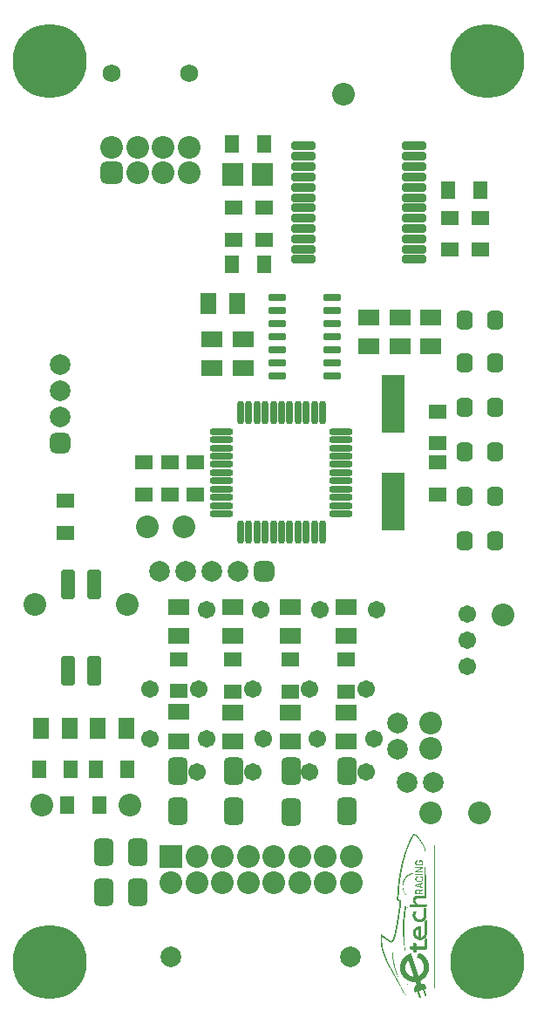
<source format=gts>
G04*
G04 #@! TF.GenerationSoftware,Altium Limited,Altium Designer,22.11.1 (43)*
G04*
G04 Layer_Color=8388736*
%FSLAX44Y44*%
%MOMM*%
G71*
G04*
G04 #@! TF.SameCoordinates,966821B4-BCEF-4EC1-8609-D1904776FC7E*
G04*
G04*
G04 #@! TF.FilePolarity,Negative*
G04*
G01*
G75*
G04:AMPARAMS|DCode=29|XSize=0.8032mm|YSize=2.4032mm|CornerRadius=0.2516mm|HoleSize=0mm|Usage=FLASHONLY|Rotation=90.000|XOffset=0mm|YOffset=0mm|HoleType=Round|Shape=RoundedRectangle|*
%AMROUNDEDRECTD29*
21,1,0.8032,1.9000,0,0,90.0*
21,1,0.3000,2.4032,0,0,90.0*
1,1,0.5032,0.9500,0.1500*
1,1,0.5032,0.9500,-0.1500*
1,1,0.5032,-0.9500,-0.1500*
1,1,0.5032,-0.9500,0.1500*
%
%ADD29ROUNDEDRECTD29*%
G04:AMPARAMS|DCode=30|XSize=0.6532mm|YSize=2.2032mm|CornerRadius=0.2141mm|HoleSize=0mm|Usage=FLASHONLY|Rotation=90.000|XOffset=0mm|YOffset=0mm|HoleType=Round|Shape=RoundedRectangle|*
%AMROUNDEDRECTD30*
21,1,0.6532,1.7750,0,0,90.0*
21,1,0.2250,2.2032,0,0,90.0*
1,1,0.4282,0.8875,0.1125*
1,1,0.4282,0.8875,-0.1125*
1,1,0.4282,-0.8875,-0.1125*
1,1,0.4282,-0.8875,0.1125*
%
%ADD30ROUNDEDRECTD30*%
G04:AMPARAMS|DCode=31|XSize=0.6532mm|YSize=2.2032mm|CornerRadius=0.2141mm|HoleSize=0mm|Usage=FLASHONLY|Rotation=0.000|XOffset=0mm|YOffset=0mm|HoleType=Round|Shape=RoundedRectangle|*
%AMROUNDEDRECTD31*
21,1,0.6532,1.7750,0,0,0.0*
21,1,0.2250,2.2032,0,0,0.0*
1,1,0.4282,0.1125,-0.8875*
1,1,0.4282,-0.1125,-0.8875*
1,1,0.4282,-0.1125,0.8875*
1,1,0.4282,0.1125,0.8875*
%
%ADD31ROUNDEDRECTD31*%
%ADD32C,1.7032*%
%ADD33C,2.2032*%
%ADD34R,2.1532X1.6032*%
%ADD35R,1.8032X1.4032*%
%ADD36R,1.4032X1.8032*%
%ADD37R,1.6032X2.1532*%
G04:AMPARAMS|DCode=38|XSize=0.7532mm|YSize=1.7032mm|CornerRadius=0.2391mm|HoleSize=0mm|Usage=FLASHONLY|Rotation=270.000|XOffset=0mm|YOffset=0mm|HoleType=Round|Shape=RoundedRectangle|*
%AMROUNDEDRECTD38*
21,1,0.7532,1.2250,0,0,270.0*
21,1,0.2750,1.7032,0,0,270.0*
1,1,0.4782,-0.6125,-0.1375*
1,1,0.4782,-0.6125,0.1375*
1,1,0.4782,0.6125,0.1375*
1,1,0.4782,0.6125,-0.1375*
%
%ADD38ROUNDEDRECTD38*%
%ADD39R,2.2032X5.7032*%
G04:AMPARAMS|DCode=40|XSize=1.8032mm|YSize=1.6032mm|CornerRadius=0.4516mm|HoleSize=0mm|Usage=FLASHONLY|Rotation=90.000|XOffset=0mm|YOffset=0mm|HoleType=Round|Shape=RoundedRectangle|*
%AMROUNDEDRECTD40*
21,1,1.8032,0.7000,0,0,90.0*
21,1,0.9000,1.6032,0,0,90.0*
1,1,0.9032,0.3500,0.4500*
1,1,0.9032,0.3500,-0.4500*
1,1,0.9032,-0.3500,-0.4500*
1,1,0.9032,-0.3500,0.4500*
%
%ADD40ROUNDEDRECTD40*%
G04:AMPARAMS|DCode=41|XSize=1.9032mm|YSize=2.7032mm|CornerRadius=0.5266mm|HoleSize=0mm|Usage=FLASHONLY|Rotation=0.000|XOffset=0mm|YOffset=0mm|HoleType=Round|Shape=RoundedRectangle|*
%AMROUNDEDRECTD41*
21,1,1.9032,1.6500,0,0,0.0*
21,1,0.8500,2.7032,0,0,0.0*
1,1,1.0532,0.4250,-0.8250*
1,1,1.0532,-0.4250,-0.8250*
1,1,1.0532,-0.4250,0.8250*
1,1,1.0532,0.4250,0.8250*
%
%ADD41ROUNDEDRECTD41*%
G04:AMPARAMS|DCode=42|XSize=1.4032mm|YSize=2.9532mm|CornerRadius=0.4016mm|HoleSize=0mm|Usage=FLASHONLY|Rotation=0.000|XOffset=0mm|YOffset=0mm|HoleType=Round|Shape=RoundedRectangle|*
%AMROUNDEDRECTD42*
21,1,1.4032,2.1500,0,0,0.0*
21,1,0.6000,2.9532,0,0,0.0*
1,1,0.8032,0.3000,-1.0750*
1,1,0.8032,-0.3000,-1.0750*
1,1,0.8032,-0.3000,1.0750*
1,1,0.8032,0.3000,1.0750*
%
%ADD42ROUNDEDRECTD42*%
%ADD43R,2.0532X2.2032*%
%ADD44C,2.0032*%
%ADD45R,2.2032X2.2032*%
%ADD46C,7.2032*%
%ADD47C,1.7272*%
G04:AMPARAMS|DCode=48|XSize=2.2032mm|YSize=2.2032mm|CornerRadius=0.6016mm|HoleSize=0mm|Usage=FLASHONLY|Rotation=90.000|XOffset=0mm|YOffset=0mm|HoleType=Round|Shape=RoundedRectangle|*
%AMROUNDEDRECTD48*
21,1,2.2032,1.0000,0,0,90.0*
21,1,1.0000,2.2032,0,0,90.0*
1,1,1.2032,0.5000,0.5000*
1,1,1.2032,0.5000,-0.5000*
1,1,1.2032,-0.5000,-0.5000*
1,1,1.2032,-0.5000,0.5000*
%
%ADD48ROUNDEDRECTD48*%
G04:AMPARAMS|DCode=49|XSize=2.0032mm|YSize=2.0032mm|CornerRadius=0.5516mm|HoleSize=0mm|Usage=FLASHONLY|Rotation=270.000|XOffset=0mm|YOffset=0mm|HoleType=Round|Shape=RoundedRectangle|*
%AMROUNDEDRECTD49*
21,1,2.0032,0.9000,0,0,270.0*
21,1,0.9000,2.0032,0,0,270.0*
1,1,1.1032,-0.4500,-0.4500*
1,1,1.1032,-0.4500,0.4500*
1,1,1.1032,0.4500,0.4500*
1,1,1.1032,0.4500,-0.4500*
%
%ADD49ROUNDEDRECTD49*%
G04:AMPARAMS|DCode=50|XSize=2.0032mm|YSize=2.0032mm|CornerRadius=0.5516mm|HoleSize=0mm|Usage=FLASHONLY|Rotation=180.000|XOffset=0mm|YOffset=0mm|HoleType=Round|Shape=RoundedRectangle|*
%AMROUNDEDRECTD50*
21,1,2.0032,0.9000,0,0,180.0*
21,1,0.9000,2.0032,0,0,180.0*
1,1,1.1032,-0.4500,0.4500*
1,1,1.1032,0.4500,0.4500*
1,1,1.1032,0.4500,-0.4500*
1,1,1.1032,-0.4500,-0.4500*
%
%ADD50ROUNDEDRECTD50*%
G36*
X398605Y136511D02*
X399001D01*
Y136412D01*
X399298D01*
Y136313D01*
X399397D01*
Y136215D01*
X399496D01*
Y136116D01*
X399594D01*
Y136017D01*
X399693D01*
Y135918D01*
X399792D01*
Y135819D01*
X399891D01*
Y135621D01*
X399990D01*
Y135325D01*
X400089D01*
Y132951D01*
X399990D01*
Y132754D01*
X399891D01*
Y132556D01*
X399792D01*
Y132358D01*
X399693D01*
Y132259D01*
X399594D01*
Y132160D01*
X399496D01*
Y132061D01*
X399298D01*
Y131962D01*
X399199D01*
Y131864D01*
X398902D01*
Y131765D01*
X393661D01*
Y131864D01*
X393463D01*
Y131962D01*
X393266D01*
Y132061D01*
X393167D01*
Y132160D01*
X392969D01*
Y132259D01*
X392870D01*
Y132457D01*
X392771D01*
Y132556D01*
X392672D01*
Y132852D01*
X392573D01*
Y133149D01*
X392475D01*
Y135226D01*
X392573D01*
Y135522D01*
X392672D01*
Y135720D01*
X392771D01*
Y135918D01*
X392870D01*
Y136017D01*
X392969D01*
Y136116D01*
X393068D01*
Y136215D01*
X393167D01*
Y136313D01*
X393364D01*
Y136412D01*
X393562D01*
Y136511D01*
X393958D01*
Y136610D01*
X394848D01*
Y136511D01*
X394947D01*
Y136412D01*
X395046D01*
Y135720D01*
X394947D01*
Y135621D01*
X394848D01*
Y135522D01*
X393859D01*
Y135424D01*
X393661D01*
Y135325D01*
X393562D01*
Y135127D01*
X393463D01*
Y133149D01*
X393562D01*
Y132951D01*
X393760D01*
Y132852D01*
X393958D01*
Y132754D01*
X398605D01*
Y132852D01*
X398902D01*
Y132951D01*
X399001D01*
Y133050D01*
X399100D01*
Y133347D01*
X399199D01*
Y134929D01*
X399100D01*
Y135226D01*
X399001D01*
Y135325D01*
X398902D01*
Y135424D01*
X398803D01*
Y135522D01*
X396925D01*
Y134237D01*
X396826D01*
Y134138D01*
X396133D01*
Y134237D01*
X396035D01*
Y136412D01*
X396133D01*
Y136511D01*
X396232D01*
Y136610D01*
X398605D01*
Y136511D01*
D02*
G37*
G36*
X399891Y130183D02*
X400089D01*
Y129391D01*
X399990D01*
Y129293D01*
X399891D01*
Y129194D01*
X399693D01*
Y129095D01*
X399496D01*
Y128996D01*
X399397D01*
Y128897D01*
X399199D01*
Y128798D01*
X399001D01*
Y128699D01*
X398803D01*
Y128600D01*
X398704D01*
Y128502D01*
X398507D01*
Y128403D01*
X398309D01*
Y128304D01*
X398111D01*
Y128205D01*
X398012D01*
Y128106D01*
X397814D01*
Y128007D01*
X397617D01*
Y127908D01*
X397419D01*
Y127809D01*
X397320D01*
Y127710D01*
X397122D01*
Y127612D01*
X396925D01*
Y127513D01*
X396727D01*
Y127414D01*
X396628D01*
Y127315D01*
X396430D01*
Y127216D01*
X396232D01*
Y127117D01*
X396133D01*
Y127018D01*
X395936D01*
Y126919D01*
X395738D01*
Y126820D01*
X395540D01*
Y126721D01*
X395342D01*
Y126623D01*
X395243D01*
Y126524D01*
X395046D01*
Y126425D01*
X394848D01*
Y126326D01*
X394650D01*
Y126227D01*
X399891D01*
Y126128D01*
X400089D01*
Y125238D01*
X399891D01*
Y125139D01*
X392672D01*
Y125238D01*
X392573D01*
Y125337D01*
X392475D01*
Y126029D01*
X392573D01*
Y126128D01*
X392672D01*
Y126227D01*
X392870D01*
Y126326D01*
X393068D01*
Y126425D01*
X393167D01*
Y126524D01*
X393364D01*
Y126623D01*
X393562D01*
Y126721D01*
X393760D01*
Y126820D01*
X393859D01*
Y126919D01*
X394057D01*
Y127018D01*
X394254D01*
Y127117D01*
X394452D01*
Y127216D01*
X394551D01*
Y127315D01*
X394749D01*
Y127414D01*
X394947D01*
Y127513D01*
X395145D01*
Y127612D01*
X395243D01*
Y127710D01*
X395441D01*
Y127809D01*
X395639D01*
Y127908D01*
X395837D01*
Y128007D01*
X395936D01*
Y128106D01*
X396133D01*
Y128205D01*
X396331D01*
Y128304D01*
X396529D01*
Y128403D01*
X396628D01*
Y128502D01*
X396826D01*
Y128600D01*
X397023D01*
Y128699D01*
X397221D01*
Y128798D01*
X397320D01*
Y128897D01*
X397518D01*
Y128996D01*
X397716D01*
Y129095D01*
X397913D01*
Y129194D01*
X398012D01*
Y129293D01*
X397716D01*
Y129194D01*
X392771D01*
Y129293D01*
X392573D01*
Y129391D01*
X392475D01*
Y130084D01*
X392573D01*
Y130183D01*
X392672D01*
Y130281D01*
X399891D01*
Y130183D01*
D02*
G37*
G36*
X399990Y123359D02*
X400089D01*
Y122568D01*
X399990D01*
Y122469D01*
X392573D01*
Y122568D01*
X392475D01*
Y123260D01*
X392573D01*
Y123458D01*
X399990D01*
Y123359D01*
D02*
G37*
G36*
X398803Y120887D02*
X399100D01*
Y120788D01*
X399298D01*
Y120689D01*
X399397D01*
Y120591D01*
X399594D01*
Y120492D01*
X399693D01*
Y120294D01*
X399792D01*
Y120195D01*
X399891D01*
Y119997D01*
X399990D01*
Y119701D01*
X400089D01*
Y117228D01*
X399990D01*
Y116932D01*
X399891D01*
Y116833D01*
X399792D01*
Y116635D01*
X399693D01*
Y116536D01*
X399594D01*
Y116437D01*
X399496D01*
Y116338D01*
X399397D01*
Y116240D01*
X399199D01*
Y116141D01*
X399001D01*
Y116042D01*
X398309D01*
Y115943D01*
X394254D01*
Y116042D01*
X393562D01*
Y116141D01*
X393364D01*
Y116240D01*
X393266D01*
Y116338D01*
X393068D01*
Y116437D01*
X392969D01*
Y116536D01*
X392870D01*
Y116734D01*
X392771D01*
Y116833D01*
X392672D01*
Y117031D01*
X392573D01*
Y117327D01*
X392475D01*
Y119602D01*
X392573D01*
Y119898D01*
X392672D01*
Y120096D01*
X392771D01*
Y120294D01*
X392870D01*
Y120393D01*
X392969D01*
Y120492D01*
X393068D01*
Y120591D01*
X393167D01*
Y120689D01*
X393364D01*
Y120788D01*
X393463D01*
Y120887D01*
X393859D01*
Y120986D01*
X394947D01*
Y120887D01*
X395046D01*
Y120788D01*
X395145D01*
Y120096D01*
X395046D01*
Y119997D01*
X394848D01*
Y119898D01*
X393760D01*
Y119799D01*
X393661D01*
Y119701D01*
X393562D01*
Y119602D01*
X393463D01*
Y117426D01*
X393562D01*
Y117228D01*
X393661D01*
Y117129D01*
X393859D01*
Y117031D01*
X398704D01*
Y117129D01*
X398902D01*
Y117228D01*
X399001D01*
Y117327D01*
X399100D01*
Y117624D01*
X399199D01*
Y119404D01*
X399100D01*
Y119602D01*
X399001D01*
Y119799D01*
X398803D01*
Y119898D01*
X397716D01*
Y119997D01*
X397518D01*
Y120887D01*
X397617D01*
Y120986D01*
X398803D01*
Y120887D01*
D02*
G37*
G36*
X399990Y114954D02*
X400089D01*
Y114163D01*
X399990D01*
Y114064D01*
X399792D01*
Y113965D01*
X399496D01*
Y113866D01*
X399199D01*
Y113767D01*
X398902D01*
Y113668D01*
X398605D01*
Y113569D01*
X398309D01*
Y113471D01*
X398210D01*
Y110900D01*
X398309D01*
Y110801D01*
X398507D01*
Y110702D01*
X398803D01*
Y110603D01*
X399100D01*
Y110504D01*
X399397D01*
Y110405D01*
X399792D01*
Y110306D01*
X399990D01*
Y110207D01*
X400089D01*
Y109317D01*
X399594D01*
Y109416D01*
X399298D01*
Y109515D01*
X398902D01*
Y109614D01*
X398605D01*
Y109713D01*
X398309D01*
Y109812D01*
X398012D01*
Y109911D01*
X397617D01*
Y110010D01*
X397320D01*
Y110108D01*
X397023D01*
Y110207D01*
X396727D01*
Y110306D01*
X396331D01*
Y110405D01*
X396035D01*
Y110504D01*
X395738D01*
Y110603D01*
X395342D01*
Y110702D01*
X395046D01*
Y110801D01*
X394749D01*
Y110900D01*
X394353D01*
Y110998D01*
X394057D01*
Y111097D01*
X393760D01*
Y111196D01*
X393463D01*
Y111295D01*
X393068D01*
Y111394D01*
X392771D01*
Y111493D01*
X392573D01*
Y111691D01*
X392475D01*
Y112680D01*
X392573D01*
Y112779D01*
X392672D01*
Y112877D01*
X392870D01*
Y112976D01*
X393167D01*
Y113075D01*
X393463D01*
Y113174D01*
X393760D01*
Y113273D01*
X394156D01*
Y113372D01*
X394452D01*
Y113471D01*
X394848D01*
Y113569D01*
X395145D01*
Y113668D01*
X395441D01*
Y113767D01*
X395738D01*
Y113866D01*
X396035D01*
Y113965D01*
X396430D01*
Y114064D01*
X396727D01*
Y114163D01*
X397023D01*
Y114262D01*
X397419D01*
Y114361D01*
X397716D01*
Y114460D01*
X398111D01*
Y114558D01*
X398408D01*
Y114657D01*
X398704D01*
Y114756D01*
X399001D01*
Y114855D01*
X399397D01*
Y114954D01*
X399693D01*
Y115053D01*
X399990D01*
Y114954D01*
D02*
G37*
G36*
X400089Y107636D02*
X399990D01*
Y107537D01*
X399891D01*
Y107439D01*
X399693D01*
Y107340D01*
X399496D01*
Y107241D01*
X399298D01*
Y107142D01*
X399100D01*
Y107043D01*
X398902D01*
Y106944D01*
X398704D01*
Y106845D01*
X398507D01*
Y106746D01*
X398309D01*
Y106648D01*
X398012D01*
Y106549D01*
X397814D01*
Y106450D01*
X397617D01*
Y106351D01*
X397419D01*
Y106252D01*
X397221D01*
Y106153D01*
X397122D01*
Y104670D01*
X399990D01*
Y104571D01*
X400089D01*
Y103780D01*
X399891D01*
Y103681D01*
X392573D01*
Y103780D01*
X392475D01*
Y106944D01*
X392573D01*
Y107241D01*
X392672D01*
Y107537D01*
X392771D01*
Y107636D01*
X392870D01*
Y107834D01*
X392969D01*
Y107933D01*
X393167D01*
Y108032D01*
X393266D01*
Y108131D01*
X393463D01*
Y108230D01*
X393661D01*
Y108329D01*
X395936D01*
Y108230D01*
X396232D01*
Y108131D01*
X396430D01*
Y108032D01*
X396529D01*
Y107933D01*
X396628D01*
Y107834D01*
X396727D01*
Y107735D01*
X396826D01*
Y107537D01*
X396925D01*
Y107340D01*
X397023D01*
Y107241D01*
X397221D01*
Y107340D01*
X397419D01*
Y107439D01*
X397617D01*
Y107537D01*
X397814D01*
Y107636D01*
X398012D01*
Y107735D01*
X398309D01*
Y107834D01*
X398507D01*
Y107933D01*
X398704D01*
Y108032D01*
X398902D01*
Y108131D01*
X399100D01*
Y108230D01*
X399298D01*
Y108329D01*
X399496D01*
Y108427D01*
X399693D01*
Y108526D01*
X400089D01*
Y107636D01*
D02*
G37*
G36*
X390398Y124546D02*
X390497D01*
Y123557D01*
X390398D01*
Y123458D01*
X390299D01*
Y123359D01*
X389903D01*
Y123260D01*
X389508D01*
Y123162D01*
X389112D01*
Y123063D01*
X388816D01*
Y122964D01*
X388618D01*
Y122865D01*
X388321D01*
Y122766D01*
X388124D01*
Y122667D01*
X387827D01*
Y122568D01*
X387629D01*
Y122469D01*
X387431D01*
Y122371D01*
X387234D01*
Y122272D01*
X387036D01*
Y122173D01*
X386838D01*
Y122074D01*
X386739D01*
Y121975D01*
X386541D01*
Y121876D01*
X386344D01*
Y121777D01*
X386245D01*
Y121678D01*
X386047D01*
Y121579D01*
X385948D01*
Y121481D01*
X385750D01*
Y121382D01*
X385651D01*
Y121283D01*
X385552D01*
Y121184D01*
X385355D01*
Y121085D01*
X385256D01*
Y120986D01*
X385157D01*
Y120887D01*
X385058D01*
Y120788D01*
X384860D01*
Y120689D01*
X384761D01*
Y120591D01*
X384663D01*
Y120492D01*
X384564D01*
Y120393D01*
X384465D01*
Y120294D01*
X384366D01*
Y120195D01*
X384267D01*
Y120096D01*
X384168D01*
Y119997D01*
X384069D01*
Y119898D01*
X383970D01*
Y119799D01*
X383871D01*
Y119701D01*
X383773D01*
Y119602D01*
X383674D01*
Y119503D01*
X383575D01*
Y119404D01*
X383476D01*
Y119305D01*
X383377D01*
Y119107D01*
X383278D01*
Y119008D01*
X383179D01*
Y118910D01*
X383080D01*
Y118712D01*
X382981D01*
Y118613D01*
X382882D01*
Y118514D01*
X382784D01*
Y118316D01*
X382685D01*
Y118217D01*
X382586D01*
Y118020D01*
X382487D01*
Y117822D01*
X382388D01*
Y117723D01*
X382289D01*
Y117525D01*
X382190D01*
Y117327D01*
X382091D01*
Y117129D01*
X381993D01*
Y116932D01*
X381894D01*
Y116833D01*
X381795D01*
Y116536D01*
X381696D01*
Y116338D01*
X381597D01*
Y116141D01*
X381498D01*
Y115844D01*
X381399D01*
Y115646D01*
X381300D01*
Y115350D01*
X381202D01*
Y114954D01*
X381103D01*
Y114657D01*
X381004D01*
Y114361D01*
X380905D01*
Y113866D01*
X380806D01*
Y113372D01*
X380707D01*
Y112482D01*
X380608D01*
Y110108D01*
X380707D01*
Y109317D01*
X380806D01*
Y108724D01*
X380905D01*
Y108329D01*
X381004D01*
Y107933D01*
X381103D01*
Y107636D01*
X381202D01*
Y107340D01*
X381300D01*
Y107043D01*
X381399D01*
Y106746D01*
X381498D01*
Y106549D01*
X381597D01*
Y106351D01*
X381696D01*
Y106054D01*
X381795D01*
Y105856D01*
X381894D01*
Y105659D01*
X381993D01*
Y105461D01*
X382091D01*
Y105263D01*
X382190D01*
Y105065D01*
X382289D01*
Y104966D01*
X382388D01*
Y104769D01*
X382487D01*
Y104571D01*
X382586D01*
Y104472D01*
X382685D01*
Y104274D01*
X382784D01*
Y104175D01*
X382882D01*
Y103977D01*
X382981D01*
Y103879D01*
X383080D01*
Y103780D01*
X383179D01*
Y103681D01*
X383278D01*
Y103483D01*
X383377D01*
Y103384D01*
X383476D01*
Y103285D01*
X383575D01*
Y103187D01*
X383674D01*
Y102989D01*
X383773D01*
Y102890D01*
X383871D01*
Y102791D01*
X383970D01*
Y102692D01*
X383773D01*
Y102791D01*
X383674D01*
Y102890D01*
X383575D01*
Y102989D01*
X383377D01*
Y103187D01*
X383278D01*
Y103285D01*
X383179D01*
Y103384D01*
X383080D01*
Y103483D01*
X382981D01*
Y103582D01*
X382882D01*
Y103681D01*
X382784D01*
Y103780D01*
X382685D01*
Y103879D01*
X382586D01*
Y104076D01*
X382487D01*
Y104175D01*
X382388D01*
Y104274D01*
X382289D01*
Y104472D01*
X382190D01*
Y104571D01*
X382091D01*
Y104769D01*
X381993D01*
Y104868D01*
X381894D01*
Y105065D01*
X381795D01*
Y105164D01*
X381696D01*
Y105362D01*
X381597D01*
Y105461D01*
X381498D01*
Y105659D01*
X381399D01*
Y105856D01*
X381300D01*
Y106054D01*
X381202D01*
Y106252D01*
X381103D01*
Y106450D01*
X381004D01*
Y106648D01*
X380905D01*
Y106845D01*
X380806D01*
Y107043D01*
X380707D01*
Y107340D01*
X380608D01*
Y107636D01*
X380509D01*
Y107933D01*
X380410D01*
Y108230D01*
X380312D01*
Y108526D01*
X380213D01*
Y108922D01*
X380114D01*
Y109317D01*
X380015D01*
Y109911D01*
X379916D01*
Y110603D01*
X379817D01*
Y113174D01*
X379916D01*
Y113866D01*
X380015D01*
Y114460D01*
X380114D01*
Y114954D01*
X380213D01*
Y115350D01*
X380312D01*
Y115646D01*
X380410D01*
Y115943D01*
X380509D01*
Y116240D01*
X380608D01*
Y116536D01*
X380707D01*
Y116734D01*
X380806D01*
Y117031D01*
X380905D01*
Y117228D01*
X381004D01*
Y117426D01*
X381103D01*
Y117624D01*
X381202D01*
Y117822D01*
X381300D01*
Y118020D01*
X381399D01*
Y118217D01*
X381498D01*
Y118415D01*
X381597D01*
Y118613D01*
X381696D01*
Y118712D01*
X381795D01*
Y118910D01*
X381894D01*
Y119008D01*
X381993D01*
Y119206D01*
X382091D01*
Y119305D01*
X382190D01*
Y119503D01*
X382289D01*
Y119602D01*
X382388D01*
Y119701D01*
X382487D01*
Y119898D01*
X382586D01*
Y119997D01*
X382685D01*
Y120096D01*
X382784D01*
Y120195D01*
X382882D01*
Y120393D01*
X382981D01*
Y120492D01*
X383080D01*
Y120591D01*
X383179D01*
Y120689D01*
X383278D01*
Y120788D01*
X383377D01*
Y120887D01*
X383476D01*
Y120986D01*
X383575D01*
Y121085D01*
X383674D01*
Y121184D01*
X383773D01*
Y121283D01*
X383871D01*
Y121382D01*
X383970D01*
Y121481D01*
X384069D01*
Y121579D01*
X384168D01*
Y121678D01*
X384267D01*
Y121777D01*
X384366D01*
Y121876D01*
X384465D01*
Y121975D01*
X384663D01*
Y122074D01*
X384761D01*
Y122173D01*
X384860D01*
Y122272D01*
X385058D01*
Y122371D01*
X385157D01*
Y122469D01*
X385256D01*
Y122568D01*
X385454D01*
Y122667D01*
X385552D01*
Y122766D01*
X385750D01*
Y122865D01*
X385849D01*
Y122964D01*
X386047D01*
Y123063D01*
X386146D01*
Y123162D01*
X386344D01*
Y123260D01*
X386541D01*
Y123359D01*
X386739D01*
Y123458D01*
X386937D01*
Y123557D01*
X387135D01*
Y123656D01*
X387332D01*
Y123755D01*
X387530D01*
Y123854D01*
X387728D01*
Y123953D01*
X387926D01*
Y124052D01*
X388222D01*
Y124150D01*
X388519D01*
Y124249D01*
X388717D01*
Y124348D01*
X389013D01*
Y124447D01*
X389409D01*
Y124546D01*
X389706D01*
Y124645D01*
X390101D01*
Y124744D01*
X390398D01*
Y124546D01*
D02*
G37*
G36*
X391684Y162024D02*
X391980D01*
Y161925D01*
X392178D01*
Y161826D01*
X392376D01*
Y161727D01*
X392573D01*
Y161628D01*
X392771D01*
Y161530D01*
X392969D01*
Y161431D01*
X393068D01*
Y161332D01*
X393266D01*
Y161233D01*
X393364D01*
Y161134D01*
X393562D01*
Y161035D01*
X393661D01*
Y160936D01*
X393760D01*
Y160837D01*
X393859D01*
Y160739D01*
X394057D01*
Y160640D01*
X394156D01*
Y160541D01*
X394254D01*
Y160442D01*
X394353D01*
Y160343D01*
X394452D01*
Y160244D01*
X394551D01*
Y160145D01*
X394650D01*
Y160046D01*
X394749D01*
Y159947D01*
X394848D01*
Y159849D01*
X394947D01*
Y159750D01*
X395046D01*
Y159651D01*
X395145D01*
Y159552D01*
X395243D01*
Y159453D01*
X395342D01*
Y159354D01*
X395441D01*
Y159156D01*
X395540D01*
Y159058D01*
X395639D01*
Y158959D01*
X395738D01*
Y158860D01*
X395837D01*
Y158761D01*
X395936D01*
Y158563D01*
X396035D01*
Y158464D01*
X396133D01*
Y158365D01*
X396232D01*
Y158266D01*
X396331D01*
Y158069D01*
X396430D01*
Y157970D01*
X396529D01*
Y157871D01*
X396628D01*
Y157673D01*
X396727D01*
Y157574D01*
X396826D01*
Y157376D01*
X396925D01*
Y157277D01*
X397023D01*
Y157179D01*
X397122D01*
Y156981D01*
X397221D01*
Y156882D01*
X397320D01*
Y156684D01*
X397419D01*
Y156585D01*
X397518D01*
Y156388D01*
X397617D01*
Y156289D01*
X397716D01*
Y156091D01*
X397814D01*
Y155992D01*
X397913D01*
Y155794D01*
X398012D01*
Y155695D01*
X398111D01*
Y155498D01*
X398210D01*
Y155300D01*
X398309D01*
Y155201D01*
X398408D01*
Y155003D01*
X398507D01*
Y154904D01*
X398605D01*
Y154706D01*
X398704D01*
Y154509D01*
X398803D01*
Y154410D01*
X398902D01*
Y154212D01*
X399001D01*
Y154113D01*
X399100D01*
Y153915D01*
X399199D01*
Y153718D01*
X399298D01*
Y153520D01*
X399397D01*
Y153421D01*
X399496D01*
Y153223D01*
X399594D01*
Y153025D01*
X399693D01*
Y152828D01*
X399792D01*
Y152630D01*
X399891D01*
Y152531D01*
X399990D01*
Y152333D01*
X400089D01*
Y152135D01*
X400188D01*
Y151938D01*
X400287D01*
Y151740D01*
X400386D01*
Y151542D01*
X400484D01*
Y151443D01*
X400583D01*
Y151245D01*
X400682D01*
Y151048D01*
X400781D01*
Y150850D01*
X400880D01*
Y150652D01*
X400979D01*
Y150454D01*
X401078D01*
Y150257D01*
X401177D01*
Y150059D01*
X401275D01*
Y149861D01*
X401374D01*
Y149663D01*
X401473D01*
Y149466D01*
X401572D01*
Y149268D01*
X401671D01*
Y149070D01*
X401770D01*
Y148872D01*
X401869D01*
Y148674D01*
X401968D01*
Y148477D01*
X402067D01*
Y148279D01*
X402165D01*
Y148081D01*
X402264D01*
Y147883D01*
X402363D01*
Y147685D01*
X402462D01*
Y147389D01*
X402561D01*
Y144917D01*
X402462D01*
Y141554D01*
X402363D01*
Y138094D01*
X402264D01*
Y137500D01*
X402165D01*
Y136313D01*
X402264D01*
Y132754D01*
X402363D01*
Y129194D01*
X402462D01*
Y125733D01*
X402561D01*
Y122173D01*
X402660D01*
Y118712D01*
X402759D01*
Y115152D01*
X402858D01*
Y111493D01*
X402957D01*
Y108329D01*
X403055D01*
Y106351D01*
X403154D01*
Y104472D01*
X403253D01*
Y102890D01*
X403352D01*
Y101011D01*
X403451D01*
Y100319D01*
X403352D01*
Y100121D01*
X403253D01*
Y100022D01*
X403154D01*
Y99923D01*
X403055D01*
Y99824D01*
X402957D01*
Y99726D01*
X394947D01*
Y99627D01*
X394452D01*
Y99528D01*
X394057D01*
Y99429D01*
X393859D01*
Y99330D01*
X393661D01*
Y99231D01*
X393463D01*
Y99132D01*
X393364D01*
Y99033D01*
X393167D01*
Y98934D01*
X393068D01*
Y98835D01*
X392969D01*
Y98638D01*
X392870D01*
Y98539D01*
X392771D01*
Y98440D01*
X392672D01*
Y98242D01*
X392573D01*
Y97945D01*
X392475D01*
Y96858D01*
X392573D01*
Y96462D01*
X392672D01*
Y96166D01*
X392771D01*
Y95968D01*
X392870D01*
Y95770D01*
X392969D01*
Y95671D01*
X393068D01*
Y95473D01*
X393167D01*
Y95374D01*
X393266D01*
Y95275D01*
X393364D01*
Y95177D01*
X393463D01*
Y95078D01*
X393562D01*
Y94979D01*
X393661D01*
Y94880D01*
X393859D01*
Y94781D01*
X393958D01*
Y94682D01*
X394156D01*
Y94583D01*
X394254D01*
Y94484D01*
X394452D01*
Y94386D01*
X394749D01*
Y94287D01*
X394947D01*
Y94188D01*
X395342D01*
Y94089D01*
X395936D01*
Y93990D01*
X399990D01*
Y94089D01*
X402957D01*
Y93990D01*
X403154D01*
Y93891D01*
X403253D01*
Y93792D01*
X403352D01*
Y93693D01*
X403451D01*
Y93496D01*
X403550D01*
Y91716D01*
X403451D01*
Y91617D01*
X403352D01*
Y91419D01*
X403154D01*
Y91320D01*
X403055D01*
Y91221D01*
X398902D01*
Y91122D01*
X387135D01*
Y91221D01*
X387036D01*
Y91320D01*
X386937D01*
Y91419D01*
X386838D01*
Y91518D01*
X386739D01*
Y91617D01*
X386640D01*
Y93496D01*
X386739D01*
Y93693D01*
X386838D01*
Y93792D01*
X387036D01*
Y93891D01*
X387135D01*
Y93990D01*
X391782D01*
Y94089D01*
X391881D01*
Y94484D01*
X391782D01*
Y94583D01*
X391684D01*
Y94682D01*
X391585D01*
Y94781D01*
X391486D01*
Y94880D01*
X391387D01*
Y95078D01*
X391288D01*
Y95177D01*
X391189D01*
Y95275D01*
X391090D01*
Y95374D01*
X390991D01*
Y95572D01*
X390892D01*
Y95671D01*
X390793D01*
Y95869D01*
X390695D01*
Y95968D01*
X390596D01*
Y96166D01*
X390497D01*
Y96363D01*
X390398D01*
Y96660D01*
X390299D01*
Y96957D01*
X390200D01*
Y97253D01*
X390101D01*
Y97847D01*
X390002D01*
Y98539D01*
X390101D01*
Y99231D01*
X390200D01*
Y99528D01*
X390299D01*
Y99726D01*
X390398D01*
Y100022D01*
X390497D01*
Y100220D01*
X390596D01*
Y100319D01*
X390695D01*
Y100517D01*
X390793D01*
Y100615D01*
X390892D01*
Y100714D01*
X390991D01*
Y100813D01*
X391090D01*
Y101011D01*
X391189D01*
Y101110D01*
X391288D01*
Y101209D01*
X391486D01*
Y101308D01*
X391585D01*
Y101406D01*
X391684D01*
Y101505D01*
X391782D01*
Y101604D01*
X391980D01*
Y101703D01*
X392178D01*
Y101802D01*
X392277D01*
Y101901D01*
X392573D01*
Y102000D01*
X392771D01*
Y102099D01*
X393068D01*
Y102198D01*
X393562D01*
Y102296D01*
X397814D01*
Y102395D01*
X401078D01*
Y110603D01*
X401177D01*
Y113471D01*
X401275D01*
Y116240D01*
X401374D01*
Y119008D01*
X401473D01*
Y121876D01*
X401572D01*
Y124645D01*
X401671D01*
Y127414D01*
X401770D01*
Y130183D01*
X401869D01*
Y132951D01*
X401968D01*
Y135720D01*
X402067D01*
Y139873D01*
X401968D01*
Y142444D01*
X401869D01*
Y145213D01*
X401770D01*
Y147191D01*
X401671D01*
Y147389D01*
X401572D01*
Y147587D01*
X401473D01*
Y147784D01*
X401374D01*
Y147982D01*
X401275D01*
Y148180D01*
X401177D01*
Y148378D01*
X401078D01*
Y148575D01*
X400979D01*
Y148773D01*
X400880D01*
Y148971D01*
X400781D01*
Y149169D01*
X400682D01*
Y149367D01*
X400583D01*
Y149564D01*
X400484D01*
Y149762D01*
X400386D01*
Y149861D01*
X400287D01*
Y150059D01*
X400188D01*
Y150257D01*
X400089D01*
Y150454D01*
X399990D01*
Y150652D01*
X399891D01*
Y150850D01*
X399792D01*
Y151048D01*
X399693D01*
Y151146D01*
X399594D01*
Y151344D01*
X399496D01*
Y151542D01*
X399397D01*
Y151740D01*
X399298D01*
Y151938D01*
X399199D01*
Y152037D01*
X399100D01*
Y152234D01*
X399001D01*
Y152432D01*
X398902D01*
Y152630D01*
X398803D01*
Y152729D01*
X398704D01*
Y152927D01*
X398605D01*
Y153124D01*
X398507D01*
Y153223D01*
X398408D01*
Y153421D01*
X398309D01*
Y153619D01*
X398210D01*
Y153718D01*
X398111D01*
Y153915D01*
X398012D01*
Y154014D01*
X397913D01*
Y154212D01*
X397814D01*
Y154410D01*
X397716D01*
Y154509D01*
X397617D01*
Y154706D01*
X397518D01*
Y154805D01*
X397419D01*
Y155003D01*
X397320D01*
Y155102D01*
X397221D01*
Y155300D01*
X397122D01*
Y155399D01*
X397023D01*
Y155597D01*
X396925D01*
Y155695D01*
X396826D01*
Y155893D01*
X396727D01*
Y155992D01*
X396628D01*
Y156190D01*
X396529D01*
Y156289D01*
X396430D01*
Y156388D01*
X396331D01*
Y156585D01*
X396232D01*
Y156684D01*
X396133D01*
Y156882D01*
X396035D01*
Y156981D01*
X395936D01*
Y157080D01*
X395837D01*
Y157277D01*
X395738D01*
Y157376D01*
X395639D01*
Y157475D01*
X395540D01*
Y157574D01*
X395441D01*
Y157772D01*
X395342D01*
Y157871D01*
X395243D01*
Y157970D01*
X395145D01*
Y158069D01*
X395046D01*
Y158167D01*
X394947D01*
Y158365D01*
X394848D01*
Y158464D01*
X394749D01*
Y158563D01*
X394650D01*
Y158662D01*
X394551D01*
Y158761D01*
X394452D01*
Y158860D01*
X394353D01*
Y158959D01*
X394254D01*
Y159058D01*
X394156D01*
Y159156D01*
X394057D01*
Y159255D01*
X393958D01*
Y159354D01*
X393859D01*
Y159453D01*
X393760D01*
Y159552D01*
X393661D01*
Y159651D01*
X393562D01*
Y159750D01*
X393463D01*
Y159849D01*
X393364D01*
Y159947D01*
X393266D01*
Y160046D01*
X393068D01*
Y160145D01*
X392969D01*
Y160244D01*
X392870D01*
Y160343D01*
X392672D01*
Y160442D01*
X392573D01*
Y160541D01*
X392376D01*
Y160640D01*
X392178D01*
Y160739D01*
X391980D01*
Y160837D01*
X391782D01*
Y160936D01*
X391387D01*
Y161035D01*
X390991D01*
Y160936D01*
X390892D01*
Y160837D01*
X390793D01*
Y160739D01*
X390695D01*
Y160541D01*
X390596D01*
Y160343D01*
X390497D01*
Y160244D01*
X390398D01*
Y160046D01*
X390299D01*
Y159849D01*
X390200D01*
Y159651D01*
X390101D01*
Y159552D01*
X390002D01*
Y159354D01*
X389903D01*
Y159156D01*
X389805D01*
Y158959D01*
X389706D01*
Y158761D01*
X389607D01*
Y158563D01*
X389508D01*
Y158464D01*
X389409D01*
Y158266D01*
X389310D01*
Y158069D01*
X389211D01*
Y157772D01*
X389112D01*
Y157673D01*
X389013D01*
Y157475D01*
X388915D01*
Y157277D01*
X388816D01*
Y157080D01*
X388717D01*
Y156882D01*
X388618D01*
Y156684D01*
X388519D01*
Y156486D01*
X388420D01*
Y156289D01*
X388321D01*
Y155992D01*
X388222D01*
Y155794D01*
X388124D01*
Y155597D01*
X388025D01*
Y155399D01*
X387926D01*
Y155201D01*
X387827D01*
Y154904D01*
X387728D01*
Y154706D01*
X387629D01*
Y154509D01*
X387530D01*
Y154311D01*
X387431D01*
Y154113D01*
X387332D01*
Y153816D01*
X387234D01*
Y153619D01*
X387135D01*
Y153421D01*
X387036D01*
Y153124D01*
X386937D01*
Y152927D01*
X386838D01*
Y152729D01*
X386739D01*
Y152432D01*
X386640D01*
Y152234D01*
X386541D01*
Y152037D01*
X386442D01*
Y151740D01*
X386344D01*
Y151542D01*
X386245D01*
Y151245D01*
X386146D01*
Y151048D01*
X386047D01*
Y150751D01*
X385948D01*
Y150454D01*
X385849D01*
Y150257D01*
X385750D01*
Y149960D01*
X385651D01*
Y149762D01*
X385552D01*
Y149466D01*
X385454D01*
Y149268D01*
X385355D01*
Y148971D01*
X385256D01*
Y148773D01*
X385157D01*
Y148477D01*
X385058D01*
Y148180D01*
X384959D01*
Y147883D01*
X384860D01*
Y147587D01*
X384761D01*
Y147290D01*
X384663D01*
Y147092D01*
X384564D01*
Y146796D01*
X384465D01*
Y146499D01*
X384366D01*
Y146202D01*
X384267D01*
Y145906D01*
X384168D01*
Y145609D01*
X384069D01*
Y145312D01*
X383970D01*
Y145016D01*
X383871D01*
Y144719D01*
X383773D01*
Y144422D01*
X383674D01*
Y144126D01*
X383575D01*
Y143829D01*
X383476D01*
Y143433D01*
X383377D01*
Y143236D01*
X383278D01*
Y142840D01*
X383179D01*
Y142543D01*
X383080D01*
Y142247D01*
X382981D01*
Y141950D01*
X382882D01*
Y141653D01*
X382784D01*
Y141258D01*
X382685D01*
Y140961D01*
X382586D01*
Y140566D01*
X382487D01*
Y140269D01*
X382388D01*
Y139873D01*
X382289D01*
Y139478D01*
X382190D01*
Y139181D01*
X382091D01*
Y138786D01*
X381993D01*
Y138489D01*
X381894D01*
Y138094D01*
X381795D01*
Y137698D01*
X381696D01*
Y137401D01*
X381597D01*
Y137006D01*
X381498D01*
Y136709D01*
X381399D01*
Y136313D01*
X381300D01*
Y135819D01*
X381202D01*
Y135424D01*
X381103D01*
Y135028D01*
X381004D01*
Y134632D01*
X380905D01*
Y134237D01*
X380806D01*
Y133841D01*
X380707D01*
Y133347D01*
X380608D01*
Y132951D01*
X380509D01*
Y132556D01*
X380410D01*
Y132160D01*
X380312D01*
Y131765D01*
X380213D01*
Y131270D01*
X380114D01*
Y130875D01*
X380015D01*
Y130380D01*
X379916D01*
Y129886D01*
X379817D01*
Y129391D01*
X379718D01*
Y128897D01*
X379619D01*
Y128403D01*
X379520D01*
Y127908D01*
X379422D01*
Y127414D01*
X379323D01*
Y126919D01*
X379224D01*
Y126425D01*
X379125D01*
Y125930D01*
X379026D01*
Y125436D01*
X378927D01*
Y124744D01*
X378828D01*
Y124150D01*
X378729D01*
Y123656D01*
X378630D01*
Y122964D01*
X378531D01*
Y122371D01*
X378433D01*
Y121777D01*
X378334D01*
Y121085D01*
X378235D01*
Y120591D01*
X378136D01*
Y119997D01*
X378037D01*
Y119206D01*
X377938D01*
Y118415D01*
X377839D01*
Y117723D01*
X377740D01*
Y116932D01*
X377642D01*
Y116240D01*
X377543D01*
Y115350D01*
X377444D01*
Y114558D01*
X377345D01*
Y113767D01*
X377246D01*
Y113075D01*
X377147D01*
Y111987D01*
X377048D01*
Y110801D01*
X376949D01*
Y109713D01*
X376851D01*
Y108625D01*
X376752D01*
Y107636D01*
X376653D01*
Y106549D01*
X376554D01*
Y105065D01*
X376455D01*
Y103088D01*
X376356D01*
Y101406D01*
X376257D01*
Y99824D01*
X376158D01*
Y98835D01*
X376356D01*
Y98736D01*
X376653D01*
Y98638D01*
X376851D01*
Y98539D01*
X377147D01*
Y98440D01*
X377345D01*
Y98341D01*
X377543D01*
Y98242D01*
X377740D01*
Y98143D01*
X377839D01*
Y98044D01*
X378037D01*
Y97945D01*
X378136D01*
Y97847D01*
X378235D01*
Y97748D01*
X378334D01*
Y97550D01*
X378433D01*
Y97451D01*
X378531D01*
Y97253D01*
X378630D01*
Y97056D01*
X378729D01*
Y96759D01*
X378828D01*
Y95473D01*
X378729D01*
Y94781D01*
X378630D01*
Y94089D01*
X378531D01*
Y93298D01*
X378433D01*
Y92507D01*
X378334D01*
Y91814D01*
X378235D01*
Y91122D01*
X378136D01*
Y90529D01*
X378037D01*
Y89639D01*
X377938D01*
Y88947D01*
X377839D01*
Y88255D01*
X377740D01*
Y87661D01*
X377642D01*
Y86969D01*
X377543D01*
Y86277D01*
X377444D01*
Y85585D01*
X377345D01*
Y84991D01*
X377246D01*
Y84398D01*
X377147D01*
Y83706D01*
X377048D01*
Y83014D01*
X376949D01*
Y82321D01*
X376851D01*
Y81827D01*
X376752D01*
Y81135D01*
X376653D01*
Y80541D01*
X376554D01*
Y79849D01*
X376455D01*
Y79256D01*
X376356D01*
Y78762D01*
X376257D01*
Y78069D01*
X376158D01*
Y77476D01*
X376059D01*
Y76883D01*
X375961D01*
Y76289D01*
X375862D01*
Y75795D01*
X375763D01*
Y75202D01*
X375664D01*
Y74608D01*
X375565D01*
Y74015D01*
X375466D01*
Y73422D01*
X375367D01*
Y72927D01*
X375268D01*
Y72433D01*
X375169D01*
Y71839D01*
X375070D01*
Y71246D01*
X374972D01*
Y70752D01*
X374873D01*
Y70257D01*
X374774D01*
Y69763D01*
X374675D01*
Y69268D01*
X374576D01*
Y68675D01*
X374477D01*
Y68280D01*
X374378D01*
Y67785D01*
X374279D01*
Y67291D01*
X374180D01*
Y66796D01*
X374082D01*
Y66302D01*
X373983D01*
Y65906D01*
X373884D01*
Y65511D01*
X373785D01*
Y65016D01*
X373686D01*
Y64522D01*
X373587D01*
Y64126D01*
X373488D01*
Y63731D01*
X373389D01*
Y63335D01*
X373291D01*
Y62940D01*
X373192D01*
Y62544D01*
X373093D01*
Y62247D01*
X372994D01*
Y61951D01*
X372895D01*
Y61654D01*
X372796D01*
Y61357D01*
X372697D01*
Y61160D01*
X372598D01*
Y60863D01*
X372499D01*
Y60665D01*
X372401D01*
Y60368D01*
X372302D01*
Y60171D01*
X372203D01*
Y59973D01*
X372104D01*
Y59775D01*
X372005D01*
Y59577D01*
X371906D01*
Y59380D01*
X371807D01*
Y59182D01*
X371708D01*
Y59083D01*
X371609D01*
Y58885D01*
X371511D01*
Y58786D01*
X371412D01*
Y58589D01*
X371313D01*
Y58490D01*
X371214D01*
Y58292D01*
X371115D01*
Y58193D01*
X371016D01*
Y58094D01*
X370917D01*
Y57995D01*
X370818D01*
Y57896D01*
X370719D01*
Y57797D01*
X370621D01*
Y57699D01*
X370522D01*
Y57600D01*
X370423D01*
Y57501D01*
X370225D01*
Y57402D01*
X370126D01*
Y57303D01*
X369928D01*
Y57204D01*
X369731D01*
Y57105D01*
X369533D01*
Y57006D01*
X369137D01*
Y56908D01*
X368148D01*
Y57006D01*
X367852D01*
Y57105D01*
X367555D01*
Y57204D01*
X367357D01*
Y57303D01*
X367160D01*
Y57402D01*
X367061D01*
Y57501D01*
X366863D01*
Y57600D01*
X366764D01*
Y57699D01*
X366665D01*
Y57797D01*
X366467D01*
Y57896D01*
X366368D01*
Y57995D01*
X366270D01*
Y58094D01*
X366072D01*
Y58193D01*
X365973D01*
Y58292D01*
X365874D01*
Y58391D01*
X365676D01*
Y58490D01*
X365577D01*
Y58589D01*
X365479D01*
Y58687D01*
X365380D01*
Y58786D01*
X365182D01*
Y58885D01*
X365083D01*
Y58984D01*
X364984D01*
Y59083D01*
X364786D01*
Y59182D01*
X364687D01*
Y59281D01*
X364490D01*
Y59380D01*
X364391D01*
Y59479D01*
X364292D01*
Y59577D01*
X364094D01*
Y59676D01*
X363995D01*
Y59775D01*
X363896D01*
Y59874D01*
X363699D01*
Y59973D01*
X363600D01*
Y60072D01*
X363501D01*
Y60171D01*
X363303D01*
Y60270D01*
X363204D01*
Y60368D01*
X363006D01*
Y60467D01*
X362907D01*
Y60566D01*
X362808D01*
Y60665D01*
X362611D01*
Y60764D01*
X362512D01*
Y60863D01*
X362413D01*
Y60962D01*
X362215D01*
Y61061D01*
X362116D01*
Y61160D01*
X361919D01*
Y61259D01*
X361820D01*
Y61357D01*
X361721D01*
Y61456D01*
X361523D01*
Y61555D01*
X361424D01*
Y61654D01*
X361226D01*
Y61753D01*
X361128D01*
Y61852D01*
X361029D01*
Y61951D01*
X360831D01*
Y62050D01*
X360732D01*
Y62148D01*
X360633D01*
Y62247D01*
X360435D01*
Y62050D01*
X360336D01*
Y61357D01*
X360238D01*
Y56710D01*
X360336D01*
Y55721D01*
X360435D01*
Y54831D01*
X360534D01*
Y54040D01*
X360633D01*
Y53446D01*
X360732D01*
Y52853D01*
X360831D01*
Y52359D01*
X360930D01*
Y51864D01*
X361029D01*
Y51370D01*
X361128D01*
Y50875D01*
X361226D01*
Y50480D01*
X361325D01*
Y50084D01*
X361424D01*
Y49689D01*
X361523D01*
Y49293D01*
X361622D01*
Y48997D01*
X361721D01*
Y48601D01*
X361820D01*
Y48304D01*
X361919D01*
Y47909D01*
X362017D01*
Y47612D01*
X362116D01*
Y47217D01*
X362215D01*
Y47019D01*
X362314D01*
Y46623D01*
X362413D01*
Y46327D01*
X362512D01*
Y46030D01*
X362611D01*
Y45733D01*
X362710D01*
Y45437D01*
X362808D01*
Y45140D01*
X362907D01*
Y44942D01*
X363006D01*
Y44646D01*
X363105D01*
Y44448D01*
X363204D01*
Y44151D01*
X363303D01*
Y43854D01*
X363402D01*
Y43558D01*
X363501D01*
Y43360D01*
X363600D01*
Y43063D01*
X363699D01*
Y42866D01*
X363797D01*
Y42569D01*
X363896D01*
Y42371D01*
X363995D01*
Y42173D01*
X364094D01*
Y41976D01*
X364193D01*
Y41679D01*
X364292D01*
Y41481D01*
X364391D01*
Y41185D01*
X364490D01*
Y40987D01*
X364589D01*
Y40789D01*
X364687D01*
Y40591D01*
X364786D01*
Y40294D01*
X364885D01*
Y40097D01*
X364984D01*
Y39899D01*
X365083D01*
Y39701D01*
X365182D01*
Y39503D01*
X365281D01*
Y39306D01*
X365380D01*
Y39108D01*
X365479D01*
Y38910D01*
X365577D01*
Y38614D01*
X365676D01*
Y38416D01*
X365775D01*
Y38218D01*
X365874D01*
Y38020D01*
X365973D01*
Y37822D01*
X366072D01*
Y37625D01*
X366171D01*
Y37427D01*
X366270D01*
Y37229D01*
X366368D01*
Y37031D01*
X366467D01*
Y36833D01*
X366566D01*
Y36636D01*
X366665D01*
Y36438D01*
X366764D01*
Y36141D01*
X366863D01*
Y36042D01*
X366962D01*
Y35845D01*
X367061D01*
Y35647D01*
X367160D01*
Y35449D01*
X367258D01*
Y35251D01*
X367357D01*
Y35054D01*
X367456D01*
Y34856D01*
X367555D01*
Y34658D01*
X367654D01*
Y34460D01*
X367753D01*
Y34262D01*
X367852D01*
Y34065D01*
X367951D01*
Y33867D01*
X368050D01*
Y33669D01*
X368148D01*
Y33471D01*
X368247D01*
Y33273D01*
X368346D01*
Y33076D01*
X368445D01*
Y32878D01*
X368544D01*
Y32680D01*
X368643D01*
Y32482D01*
X368742D01*
Y32285D01*
X368841D01*
Y32087D01*
X368940D01*
Y31889D01*
X369038D01*
Y31691D01*
X369137D01*
Y31593D01*
X369236D01*
Y31395D01*
X369335D01*
Y31197D01*
X369434D01*
Y30999D01*
X369533D01*
Y30801D01*
X369632D01*
Y30604D01*
X369731D01*
Y30406D01*
X369829D01*
Y30307D01*
X369928D01*
Y30109D01*
X370027D01*
Y29911D01*
X370126D01*
Y29714D01*
X370225D01*
Y29516D01*
X370324D01*
Y29318D01*
X370423D01*
Y29120D01*
X370522D01*
Y29021D01*
X370621D01*
Y28824D01*
X370719D01*
Y28626D01*
X370818D01*
Y28428D01*
X370917D01*
Y28230D01*
X371016D01*
Y28033D01*
X371115D01*
Y27934D01*
X371214D01*
Y27736D01*
X371313D01*
Y27538D01*
X371412D01*
Y27340D01*
X371511D01*
Y27143D01*
X371609D01*
Y26945D01*
X371708D01*
Y26747D01*
X371807D01*
Y26648D01*
X371906D01*
Y26450D01*
X372005D01*
Y26253D01*
X372104D01*
Y26055D01*
X372203D01*
Y25956D01*
X372302D01*
Y25758D01*
X372401D01*
Y25560D01*
X372499D01*
Y25363D01*
X372598D01*
Y25165D01*
X372697D01*
Y25066D01*
X372796D01*
Y24868D01*
X372895D01*
Y24670D01*
X372994D01*
Y24473D01*
X373093D01*
Y24374D01*
X373192D01*
Y24176D01*
X373291D01*
Y23978D01*
X373389D01*
Y23780D01*
X373488D01*
Y23583D01*
X373587D01*
Y23484D01*
X373686D01*
Y23286D01*
X373785D01*
Y23088D01*
X373884D01*
Y22891D01*
X373983D01*
Y22693D01*
X374082D01*
Y22594D01*
X374180D01*
Y22396D01*
X374279D01*
Y22198D01*
X374378D01*
Y22001D01*
X374477D01*
Y21803D01*
X374576D01*
Y21704D01*
X374675D01*
Y21506D01*
X374774D01*
Y21308D01*
X374873D01*
Y21110D01*
X374972D01*
Y20913D01*
X375070D01*
Y20715D01*
X375169D01*
Y20616D01*
X375268D01*
Y20418D01*
X375367D01*
Y20220D01*
X375466D01*
Y20023D01*
X375565D01*
Y19825D01*
X375664D01*
Y19726D01*
X375763D01*
Y19528D01*
X375862D01*
Y19331D01*
X375961D01*
Y19232D01*
X376059D01*
Y19034D01*
X376158D01*
Y18836D01*
X376257D01*
Y18638D01*
X376356D01*
Y18539D01*
X376455D01*
Y18342D01*
X376554D01*
Y18144D01*
X376653D01*
Y17946D01*
X376752D01*
Y17748D01*
X376851D01*
Y17649D01*
X376949D01*
Y17452D01*
X377048D01*
Y17254D01*
X377147D01*
Y17056D01*
X377246D01*
Y16858D01*
X377345D01*
Y16661D01*
X377444D01*
Y16463D01*
X377543D01*
Y16265D01*
X377642D01*
Y16166D01*
X377740D01*
Y15968D01*
X377839D01*
Y15771D01*
X377938D01*
Y15573D01*
X378037D01*
Y15375D01*
X378136D01*
Y15177D01*
X378235D01*
Y14979D01*
X378334D01*
Y14782D01*
X378433D01*
Y14584D01*
X378531D01*
Y14386D01*
X378630D01*
Y14188D01*
X378729D01*
Y13991D01*
X378828D01*
Y13793D01*
X378927D01*
Y13595D01*
X379026D01*
Y13397D01*
X379125D01*
Y13199D01*
X379224D01*
Y13002D01*
X379323D01*
Y12804D01*
X379422D01*
Y12507D01*
X379520D01*
Y12310D01*
X379619D01*
Y12112D01*
X379718D01*
Y11914D01*
X379817D01*
Y11716D01*
X379916D01*
Y11420D01*
X380015D01*
Y11222D01*
X380114D01*
Y11024D01*
X380213D01*
Y10826D01*
X380312D01*
Y10530D01*
X380410D01*
Y10332D01*
X380509D01*
Y10035D01*
X380608D01*
Y9837D01*
X380707D01*
Y9541D01*
X380806D01*
Y9343D01*
X380905D01*
Y9046D01*
X381004D01*
Y8849D01*
X381103D01*
Y8651D01*
X381202D01*
Y8453D01*
X381300D01*
Y8255D01*
X381399D01*
Y8057D01*
X381498D01*
Y7959D01*
X381597D01*
Y7761D01*
X381696D01*
Y7662D01*
X381795D01*
Y7563D01*
X381894D01*
Y7464D01*
X381993D01*
Y7266D01*
X382091D01*
Y7167D01*
X382190D01*
Y7069D01*
X382289D01*
Y6970D01*
X382388D01*
Y6871D01*
X382487D01*
Y6772D01*
X382685D01*
Y6673D01*
X382784D01*
Y6574D01*
X382882D01*
Y6475D01*
X383080D01*
Y6376D01*
X383179D01*
Y6277D01*
X383377D01*
Y6179D01*
X383476D01*
Y6080D01*
X383773D01*
Y5981D01*
X384069D01*
Y7365D01*
X383970D01*
Y7563D01*
X384069D01*
Y7959D01*
X383970D01*
Y8255D01*
X384069D01*
Y8453D01*
X383970D01*
Y8651D01*
X384069D01*
Y11518D01*
X384168D01*
Y12903D01*
X384267D01*
Y13991D01*
X384366D01*
Y14979D01*
X384465D01*
Y15672D01*
X384564D01*
Y16067D01*
X384663D01*
Y16463D01*
X384761D01*
Y16858D01*
X384860D01*
Y17155D01*
X384959D01*
Y17452D01*
X385058D01*
Y17649D01*
X385157D01*
Y17847D01*
X385256D01*
Y17946D01*
X385355D01*
Y18144D01*
X385454D01*
Y18243D01*
X385552D01*
Y18342D01*
X385750D01*
Y18144D01*
X385651D01*
Y18045D01*
X385552D01*
Y17847D01*
X385454D01*
Y17748D01*
X385355D01*
Y17551D01*
X385256D01*
Y17254D01*
X385157D01*
Y16957D01*
X385058D01*
Y16562D01*
X384959D01*
Y16067D01*
X384860D01*
Y15474D01*
X384761D01*
Y14782D01*
X384663D01*
Y13991D01*
X384564D01*
Y12408D01*
X384465D01*
Y6475D01*
X384564D01*
Y5585D01*
X384465D01*
Y5486D01*
X383674D01*
Y5585D01*
X383476D01*
Y5684D01*
X383278D01*
Y5783D01*
X383080D01*
Y5882D01*
X382882D01*
Y5981D01*
X382685D01*
Y6080D01*
X382586D01*
Y6179D01*
X382487D01*
Y6277D01*
X382289D01*
Y6376D01*
X382190D01*
Y6475D01*
X382091D01*
Y6574D01*
X381993D01*
Y6673D01*
X381894D01*
Y6772D01*
X381795D01*
Y6871D01*
X381696D01*
Y6970D01*
X381597D01*
Y7069D01*
X381498D01*
Y7167D01*
X381399D01*
Y7266D01*
X381300D01*
Y7365D01*
X381202D01*
Y7563D01*
X381103D01*
Y7662D01*
X381004D01*
Y7761D01*
X380905D01*
Y7959D01*
X380806D01*
Y8156D01*
X380707D01*
Y8255D01*
X380608D01*
Y8453D01*
X380509D01*
Y8651D01*
X380410D01*
Y8947D01*
X380312D01*
Y9145D01*
X380213D01*
Y9343D01*
X380114D01*
Y9640D01*
X380015D01*
Y9837D01*
X379916D01*
Y10134D01*
X379817D01*
Y10332D01*
X379718D01*
Y10530D01*
X379619D01*
Y10727D01*
X379520D01*
Y10925D01*
X379422D01*
Y11123D01*
X379323D01*
Y11420D01*
X379224D01*
Y11617D01*
X379125D01*
Y11815D01*
X379026D01*
Y12013D01*
X378927D01*
Y12211D01*
X378828D01*
Y12408D01*
X378729D01*
Y12606D01*
X378630D01*
Y12804D01*
X378531D01*
Y13002D01*
X378433D01*
Y13199D01*
X378334D01*
Y13397D01*
X378235D01*
Y13595D01*
X378136D01*
Y13793D01*
X378037D01*
Y13991D01*
X377938D01*
Y14089D01*
X377839D01*
Y14287D01*
X377740D01*
Y14485D01*
X377642D01*
Y14683D01*
X377543D01*
Y14881D01*
X377444D01*
Y15078D01*
X377345D01*
Y15276D01*
X377246D01*
Y15474D01*
X377147D01*
Y15573D01*
X377048D01*
Y15771D01*
X376949D01*
Y15968D01*
X376851D01*
Y16166D01*
X376752D01*
Y16265D01*
X376653D01*
Y16463D01*
X376554D01*
Y16661D01*
X376455D01*
Y16858D01*
X376356D01*
Y16957D01*
X376257D01*
Y17155D01*
X376158D01*
Y17353D01*
X376059D01*
Y17452D01*
X375961D01*
Y17649D01*
X375862D01*
Y17847D01*
X375763D01*
Y17946D01*
X375664D01*
Y18144D01*
X375565D01*
Y18342D01*
X375466D01*
Y18441D01*
X375367D01*
Y18638D01*
X375268D01*
Y18836D01*
X375169D01*
Y18935D01*
X375070D01*
Y19133D01*
X374972D01*
Y19331D01*
X374873D01*
Y19528D01*
X374774D01*
Y19627D01*
X374675D01*
Y19825D01*
X374576D01*
Y20023D01*
X374477D01*
Y20122D01*
X374378D01*
Y20319D01*
X374279D01*
Y20517D01*
X374180D01*
Y20715D01*
X374082D01*
Y20814D01*
X373983D01*
Y21012D01*
X373884D01*
Y21209D01*
X373785D01*
Y21407D01*
X373686D01*
Y21506D01*
X373587D01*
Y21704D01*
X373488D01*
Y21902D01*
X373389D01*
Y22099D01*
X373291D01*
Y22198D01*
X373192D01*
Y22396D01*
X373093D01*
Y22594D01*
X372994D01*
Y22693D01*
X372895D01*
Y22891D01*
X372796D01*
Y23088D01*
X372697D01*
Y23187D01*
X372598D01*
Y23385D01*
X372499D01*
Y23583D01*
X372401D01*
Y23780D01*
X372302D01*
Y23879D01*
X372203D01*
Y24077D01*
X372104D01*
Y24275D01*
X372005D01*
Y24473D01*
X371906D01*
Y24571D01*
X371807D01*
Y24769D01*
X371708D01*
Y24967D01*
X371609D01*
Y25165D01*
X371511D01*
Y25264D01*
X371412D01*
Y25461D01*
X371313D01*
Y25659D01*
X371214D01*
Y25758D01*
X371115D01*
Y25956D01*
X371016D01*
Y26154D01*
X370917D01*
Y26351D01*
X370818D01*
Y26450D01*
X370719D01*
Y26648D01*
X370621D01*
Y26846D01*
X370522D01*
Y27044D01*
X370423D01*
Y27241D01*
X370324D01*
Y27340D01*
X370225D01*
Y27538D01*
X370126D01*
Y27736D01*
X370027D01*
Y27934D01*
X369928D01*
Y28033D01*
X369829D01*
Y28230D01*
X369731D01*
Y28428D01*
X369632D01*
Y28626D01*
X369533D01*
Y28725D01*
X369434D01*
Y28923D01*
X369335D01*
Y29120D01*
X369236D01*
Y29318D01*
X369137D01*
Y29516D01*
X369038D01*
Y29615D01*
X368940D01*
Y29813D01*
X368841D01*
Y30010D01*
X368742D01*
Y30208D01*
X368643D01*
Y30406D01*
X368544D01*
Y30505D01*
X368445D01*
Y30703D01*
X368346D01*
Y30900D01*
X368247D01*
Y31098D01*
X368148D01*
Y31296D01*
X368050D01*
Y31494D01*
X367951D01*
Y31593D01*
X367852D01*
Y31889D01*
X367753D01*
Y31988D01*
X367654D01*
Y32186D01*
X367555D01*
Y32384D01*
X367456D01*
Y32581D01*
X367357D01*
Y32779D01*
X367258D01*
Y32977D01*
X367160D01*
Y33175D01*
X367061D01*
Y33273D01*
X366962D01*
Y33471D01*
X366863D01*
Y33669D01*
X366764D01*
Y33867D01*
X366665D01*
Y34065D01*
X366566D01*
Y34262D01*
X366467D01*
Y34460D01*
X366368D01*
Y34658D01*
X366270D01*
Y34856D01*
X366171D01*
Y34955D01*
X366072D01*
Y35152D01*
X365973D01*
Y35350D01*
X365874D01*
Y35548D01*
X365775D01*
Y35746D01*
X365676D01*
Y35944D01*
X365577D01*
Y36141D01*
X365479D01*
Y36339D01*
X365380D01*
Y36537D01*
X365281D01*
Y36735D01*
X365182D01*
Y36932D01*
X365083D01*
Y37130D01*
X364984D01*
Y37328D01*
X364885D01*
Y37526D01*
X364786D01*
Y37723D01*
X364687D01*
Y37921D01*
X364589D01*
Y38119D01*
X364490D01*
Y38416D01*
X364391D01*
Y38614D01*
X364292D01*
Y38811D01*
X364193D01*
Y39009D01*
X364094D01*
Y39207D01*
X363995D01*
Y39404D01*
X363896D01*
Y39602D01*
X363797D01*
Y39800D01*
X363699D01*
Y39998D01*
X363600D01*
Y40196D01*
X363501D01*
Y40492D01*
X363402D01*
Y40690D01*
X363303D01*
Y40888D01*
X363204D01*
Y41086D01*
X363105D01*
Y41382D01*
X363006D01*
Y41580D01*
X362907D01*
Y41778D01*
X362808D01*
Y41976D01*
X362710D01*
Y42272D01*
X362611D01*
Y42470D01*
X362512D01*
Y42668D01*
X362413D01*
Y42965D01*
X362314D01*
Y43162D01*
X362215D01*
Y43459D01*
X362116D01*
Y43755D01*
X362017D01*
Y44052D01*
X361919D01*
Y44250D01*
X361820D01*
Y44547D01*
X361721D01*
Y44744D01*
X361622D01*
Y45041D01*
X361523D01*
Y45338D01*
X361424D01*
Y45535D01*
X361325D01*
Y45832D01*
X361226D01*
Y46228D01*
X361128D01*
Y46524D01*
X361029D01*
Y46821D01*
X360930D01*
Y47019D01*
X360831D01*
Y47414D01*
X360732D01*
Y47711D01*
X360633D01*
Y48008D01*
X360534D01*
Y48403D01*
X360435D01*
Y48700D01*
X360336D01*
Y49096D01*
X360238D01*
Y49491D01*
X360139D01*
Y49788D01*
X360040D01*
Y50183D01*
X359941D01*
Y50579D01*
X359842D01*
Y50974D01*
X359743D01*
Y51469D01*
X359644D01*
Y51963D01*
X359545D01*
Y52359D01*
X359446D01*
Y52952D01*
X359347D01*
Y53545D01*
X359249D01*
Y54237D01*
X359150D01*
Y54930D01*
X359051D01*
Y55622D01*
X358952D01*
Y56512D01*
X358853D01*
Y61852D01*
X358952D01*
Y62544D01*
X359051D01*
Y63137D01*
X359150D01*
Y63533D01*
X359249D01*
Y64027D01*
X359347D01*
Y64423D01*
X359446D01*
Y64621D01*
X359743D01*
Y64522D01*
X359842D01*
Y64423D01*
X359941D01*
Y64324D01*
X360139D01*
Y64225D01*
X360238D01*
Y64126D01*
X360435D01*
Y64027D01*
X360534D01*
Y63928D01*
X360633D01*
Y63829D01*
X360831D01*
Y63731D01*
X360930D01*
Y63632D01*
X361128D01*
Y63533D01*
X361226D01*
Y63434D01*
X361325D01*
Y63335D01*
X361523D01*
Y63236D01*
X361622D01*
Y63137D01*
X361820D01*
Y63039D01*
X361919D01*
Y62940D01*
X362116D01*
Y62841D01*
X362215D01*
Y62742D01*
X362314D01*
Y62643D01*
X362512D01*
Y62544D01*
X362611D01*
Y62445D01*
X362808D01*
Y62346D01*
X362907D01*
Y62247D01*
X363006D01*
Y62148D01*
X363204D01*
Y62050D01*
X363303D01*
Y61951D01*
X363501D01*
Y61852D01*
X363600D01*
Y61753D01*
X363699D01*
Y61654D01*
X363896D01*
Y61555D01*
X363995D01*
Y61456D01*
X364193D01*
Y61357D01*
X364292D01*
Y61259D01*
X364391D01*
Y61160D01*
X364589D01*
Y61061D01*
X364687D01*
Y60962D01*
X364885D01*
Y60863D01*
X364984D01*
Y60764D01*
X365083D01*
Y60665D01*
X365281D01*
Y60566D01*
X365380D01*
Y60467D01*
X365479D01*
Y60368D01*
X365676D01*
Y60270D01*
X365775D01*
Y60171D01*
X365874D01*
Y60072D01*
X366072D01*
Y59973D01*
X366171D01*
Y59874D01*
X366270D01*
Y59775D01*
X366467D01*
Y59676D01*
X366566D01*
Y59577D01*
X366764D01*
Y59479D01*
X366863D01*
Y59380D01*
X366962D01*
Y59281D01*
X367160D01*
Y59182D01*
X367258D01*
Y59083D01*
X367357D01*
Y58984D01*
X367555D01*
Y58885D01*
X367654D01*
Y58786D01*
X367852D01*
Y58687D01*
X367951D01*
Y58589D01*
X368148D01*
Y58490D01*
X368445D01*
Y58391D01*
X369038D01*
Y58490D01*
X369236D01*
Y58589D01*
X369434D01*
Y58687D01*
X369533D01*
Y58786D01*
X369632D01*
Y58885D01*
X369731D01*
Y58984D01*
X369829D01*
Y59083D01*
X369928D01*
Y59281D01*
X370027D01*
Y59380D01*
X370126D01*
Y59479D01*
X370225D01*
Y59676D01*
X370324D01*
Y59874D01*
X370423D01*
Y59973D01*
X370522D01*
Y60171D01*
X370621D01*
Y60368D01*
X370719D01*
Y60566D01*
X370818D01*
Y60764D01*
X370917D01*
Y61061D01*
X371016D01*
Y61259D01*
X371115D01*
Y61555D01*
X371214D01*
Y61852D01*
X371313D01*
Y62050D01*
X371412D01*
Y62346D01*
X371511D01*
Y62643D01*
X371609D01*
Y63039D01*
X371708D01*
Y63434D01*
X371807D01*
Y63731D01*
X371906D01*
Y64126D01*
X372005D01*
Y64522D01*
X372104D01*
Y65016D01*
X372203D01*
Y65511D01*
X372302D01*
Y65906D01*
X372401D01*
Y66401D01*
X372499D01*
Y66895D01*
X372598D01*
Y67389D01*
X372697D01*
Y67785D01*
X372796D01*
Y68280D01*
X372895D01*
Y68774D01*
X372994D01*
Y69268D01*
X373093D01*
Y69862D01*
X373192D01*
Y70356D01*
X373291D01*
Y70851D01*
X373389D01*
Y71345D01*
X373488D01*
Y71938D01*
X373587D01*
Y72532D01*
X373686D01*
Y73026D01*
X373785D01*
Y73520D01*
X373884D01*
Y74114D01*
X373983D01*
Y74707D01*
X374082D01*
Y75300D01*
X374180D01*
Y75795D01*
X374279D01*
Y76388D01*
X374378D01*
Y76982D01*
X374477D01*
Y77674D01*
X374576D01*
Y78168D01*
X374675D01*
Y78762D01*
X374774D01*
Y79355D01*
X374873D01*
Y80047D01*
X374972D01*
Y80739D01*
X375070D01*
Y81234D01*
X375169D01*
Y81926D01*
X375268D01*
Y82519D01*
X375367D01*
Y83211D01*
X375466D01*
Y83904D01*
X375565D01*
Y84497D01*
X375664D01*
Y85189D01*
X375763D01*
Y85782D01*
X375862D01*
Y86475D01*
X375961D01*
Y87167D01*
X376059D01*
Y87859D01*
X376158D01*
Y88551D01*
X376257D01*
Y89243D01*
X376356D01*
Y89936D01*
X376455D01*
Y90628D01*
X376554D01*
Y91320D01*
X376653D01*
Y92012D01*
X376752D01*
Y92803D01*
X376851D01*
Y93496D01*
X376949D01*
Y94188D01*
X377048D01*
Y94880D01*
X377147D01*
Y95572D01*
X377246D01*
Y96462D01*
X377147D01*
Y96660D01*
X377048D01*
Y96759D01*
X376949D01*
Y96858D01*
X376851D01*
Y96957D01*
X376653D01*
Y97056D01*
X376356D01*
Y97154D01*
X376059D01*
Y97253D01*
X375862D01*
Y97352D01*
X375565D01*
Y97451D01*
X375367D01*
Y97550D01*
X375070D01*
Y97649D01*
X374774D01*
Y97748D01*
X374576D01*
Y99627D01*
X374675D01*
Y101011D01*
X374774D01*
Y102791D01*
X374873D01*
Y104769D01*
X374972D01*
Y106351D01*
X375070D01*
Y107439D01*
X375169D01*
Y108329D01*
X375268D01*
Y109515D01*
X375367D01*
Y110603D01*
X375466D01*
Y111691D01*
X375565D01*
Y112680D01*
X375664D01*
Y113569D01*
X375763D01*
Y114361D01*
X375862D01*
Y115152D01*
X375961D01*
Y115844D01*
X376059D01*
Y116536D01*
X376158D01*
Y117327D01*
X376257D01*
Y118118D01*
X376356D01*
Y118811D01*
X376455D01*
Y119602D01*
X376554D01*
Y120195D01*
X376653D01*
Y120788D01*
X376752D01*
Y121382D01*
X376851D01*
Y121975D01*
X376949D01*
Y122568D01*
X377048D01*
Y123063D01*
X377147D01*
Y123656D01*
X377246D01*
Y124249D01*
X377345D01*
Y124942D01*
X377444D01*
Y125436D01*
X377543D01*
Y125930D01*
X377642D01*
Y126524D01*
X377740D01*
Y127018D01*
X377839D01*
Y127513D01*
X377938D01*
Y127908D01*
X378037D01*
Y128403D01*
X378136D01*
Y128897D01*
X378235D01*
Y129391D01*
X378334D01*
Y129886D01*
X378433D01*
Y130281D01*
X378531D01*
Y130776D01*
X378630D01*
Y131270D01*
X378729D01*
Y131765D01*
X378828D01*
Y132160D01*
X378927D01*
Y132457D01*
X379026D01*
Y132852D01*
X379125D01*
Y133347D01*
X379224D01*
Y133743D01*
X379323D01*
Y134138D01*
X379422D01*
Y134534D01*
X379520D01*
Y134929D01*
X379619D01*
Y135325D01*
X379718D01*
Y135720D01*
X379817D01*
Y136116D01*
X379916D01*
Y136511D01*
X380015D01*
Y136907D01*
X380114D01*
Y137302D01*
X380213D01*
Y137599D01*
X380312D01*
Y137896D01*
X380410D01*
Y138291D01*
X380509D01*
Y138588D01*
X380608D01*
Y138983D01*
X380707D01*
Y139379D01*
X380806D01*
Y139676D01*
X380905D01*
Y139972D01*
X381004D01*
Y140368D01*
X381103D01*
Y140763D01*
X381202D01*
Y141060D01*
X381300D01*
Y141357D01*
X381399D01*
Y141653D01*
X381498D01*
Y142049D01*
X381597D01*
Y142346D01*
X381696D01*
Y142642D01*
X381795D01*
Y142939D01*
X381894D01*
Y143236D01*
X381993D01*
Y143532D01*
X382091D01*
Y143829D01*
X382190D01*
Y144126D01*
X382289D01*
Y144422D01*
X382388D01*
Y144719D01*
X382487D01*
Y145016D01*
X382586D01*
Y145312D01*
X382685D01*
Y145609D01*
X382784D01*
Y145906D01*
X382882D01*
Y146202D01*
X382981D01*
Y146499D01*
X383080D01*
Y146697D01*
X383179D01*
Y146993D01*
X383278D01*
Y147290D01*
X383377D01*
Y147587D01*
X383476D01*
Y147784D01*
X383575D01*
Y148081D01*
X383674D01*
Y148378D01*
X383773D01*
Y148575D01*
X383871D01*
Y148872D01*
X383970D01*
Y149169D01*
X384069D01*
Y149367D01*
X384168D01*
Y149663D01*
X384267D01*
Y149960D01*
X384366D01*
Y150158D01*
X384465D01*
Y150454D01*
X384564D01*
Y150652D01*
X384663D01*
Y150850D01*
X384761D01*
Y151146D01*
X384860D01*
Y151344D01*
X384959D01*
Y151641D01*
X385058D01*
Y151839D01*
X385157D01*
Y152135D01*
X385256D01*
Y152333D01*
X385355D01*
Y152630D01*
X385454D01*
Y152828D01*
X385552D01*
Y153025D01*
X385651D01*
Y153223D01*
X385750D01*
Y153520D01*
X385849D01*
Y153718D01*
X385948D01*
Y153915D01*
X386047D01*
Y154113D01*
X386146D01*
Y154410D01*
X386245D01*
Y154608D01*
X386344D01*
Y154805D01*
X386442D01*
Y155003D01*
X386541D01*
Y155201D01*
X386640D01*
Y155399D01*
X386739D01*
Y155695D01*
X386838D01*
Y155893D01*
X386937D01*
Y156091D01*
X387036D01*
Y156289D01*
X387135D01*
Y156486D01*
X387234D01*
Y156684D01*
X387332D01*
Y156882D01*
X387431D01*
Y157080D01*
X387530D01*
Y157277D01*
X387629D01*
Y157475D01*
X387728D01*
Y157673D01*
X387827D01*
Y157871D01*
X387926D01*
Y158069D01*
X388025D01*
Y158266D01*
X388124D01*
Y158464D01*
X388222D01*
Y158662D01*
X388321D01*
Y158761D01*
X388420D01*
Y158959D01*
X388519D01*
Y159156D01*
X388618D01*
Y159354D01*
X388717D01*
Y159552D01*
X388816D01*
Y159651D01*
X388915D01*
Y159849D01*
X389013D01*
Y160046D01*
X389112D01*
Y160244D01*
X389211D01*
Y160442D01*
X389310D01*
Y160541D01*
X389409D01*
Y160739D01*
X389508D01*
Y160936D01*
X389607D01*
Y161035D01*
X389706D01*
Y161233D01*
X389805D01*
Y161431D01*
X389903D01*
Y161530D01*
X390002D01*
Y161628D01*
X390101D01*
Y161727D01*
X390200D01*
Y161826D01*
X390299D01*
Y161925D01*
X390497D01*
Y162024D01*
X390695D01*
Y162123D01*
X391684D01*
Y162024D01*
D02*
G37*
G36*
X382586Y92507D02*
X382784D01*
Y92408D01*
X382882D01*
Y92309D01*
X383080D01*
Y92210D01*
X383179D01*
Y92111D01*
X383377D01*
Y92012D01*
X383476D01*
Y91913D01*
X383674D01*
Y91814D01*
X383773D01*
Y91716D01*
X383970D01*
Y91617D01*
X384168D01*
Y91518D01*
X384267D01*
Y91419D01*
X384465D01*
Y91320D01*
X384564D01*
Y91221D01*
X384761D01*
Y91122D01*
X384860D01*
Y91023D01*
X385058D01*
Y90925D01*
X385157D01*
Y90826D01*
X385355D01*
Y90727D01*
X385454D01*
Y90628D01*
X385552D01*
Y90529D01*
X385651D01*
Y90430D01*
X385355D01*
Y90529D01*
X385058D01*
Y90628D01*
X384663D01*
Y90727D01*
X384366D01*
Y90826D01*
X384069D01*
Y90925D01*
X383674D01*
Y91023D01*
X383377D01*
Y90529D01*
X383278D01*
Y89837D01*
X383179D01*
Y89046D01*
X383080D01*
Y88255D01*
X382981D01*
Y87463D01*
X382882D01*
Y86672D01*
X382784D01*
Y85683D01*
X382685D01*
Y84596D01*
X382586D01*
Y83409D01*
X382487D01*
Y82321D01*
X382388D01*
Y80937D01*
X382289D01*
Y79256D01*
X382190D01*
Y77278D01*
X382091D01*
Y74806D01*
X381993D01*
Y71444D01*
X381894D01*
Y62050D01*
X381993D01*
Y59182D01*
X382091D01*
Y56611D01*
X382190D01*
Y54040D01*
X382289D01*
Y52161D01*
X382388D01*
Y50282D01*
X382487D01*
Y48700D01*
X382289D01*
Y48799D01*
X382190D01*
Y49392D01*
X382091D01*
Y50084D01*
X381993D01*
Y50678D01*
X381894D01*
Y51370D01*
X381795D01*
Y51963D01*
X381696D01*
Y52556D01*
X381597D01*
Y53249D01*
X381498D01*
Y54139D01*
X381399D01*
Y54930D01*
X381300D01*
Y55523D01*
X381202D01*
Y56512D01*
X381103D01*
Y57501D01*
X381004D01*
Y58490D01*
X380905D01*
Y59676D01*
X380806D01*
Y60764D01*
X380707D01*
Y62050D01*
X380608D01*
Y63928D01*
X380509D01*
Y66203D01*
X380410D01*
Y75399D01*
X380509D01*
Y75894D01*
Y75993D01*
Y77970D01*
X380608D01*
Y79553D01*
X380707D01*
Y80937D01*
X380806D01*
Y81926D01*
X380905D01*
Y83112D01*
X381004D01*
Y84002D01*
X381103D01*
Y84991D01*
X381202D01*
Y85683D01*
X381300D01*
Y86376D01*
X381399D01*
Y87167D01*
X381498D01*
Y87859D01*
X381597D01*
Y88551D01*
X381696D01*
Y89046D01*
X381795D01*
Y89639D01*
X381894D01*
Y90232D01*
X381993D01*
Y90727D01*
X382091D01*
Y91221D01*
X382190D01*
Y91716D01*
X382289D01*
Y92111D01*
X382388D01*
Y92507D01*
X382487D01*
Y92606D01*
X382586D01*
Y92507D01*
D02*
G37*
G36*
X402957Y90430D02*
X403154D01*
Y90331D01*
X403253D01*
Y90232D01*
X403352D01*
Y90133D01*
X403451D01*
Y81530D01*
X403352D01*
Y81234D01*
X403253D01*
Y80937D01*
X403154D01*
Y80739D01*
X403055D01*
Y80541D01*
X402957D01*
Y80344D01*
X402858D01*
Y80245D01*
X402759D01*
Y80047D01*
X402660D01*
Y79849D01*
X402561D01*
Y79750D01*
X402462D01*
Y79553D01*
X402363D01*
Y79454D01*
X402264D01*
Y79355D01*
X402165D01*
Y79157D01*
X402067D01*
Y79058D01*
X401968D01*
Y78959D01*
X401869D01*
Y78860D01*
X401770D01*
Y78762D01*
X401671D01*
Y78663D01*
X401572D01*
Y78564D01*
X401473D01*
Y78465D01*
X401374D01*
Y78366D01*
X401275D01*
Y78267D01*
X401078D01*
Y78168D01*
X400979D01*
Y78069D01*
X400880D01*
Y77970D01*
X400781D01*
Y77871D01*
X400583D01*
Y77773D01*
X400484D01*
Y77674D01*
X400287D01*
Y77575D01*
X400089D01*
Y77476D01*
X399990D01*
Y77377D01*
X399792D01*
Y77278D01*
X399594D01*
Y77179D01*
X399298D01*
Y77080D01*
X399100D01*
Y76982D01*
X398803D01*
Y76883D01*
X398408D01*
Y76784D01*
X397814D01*
Y76685D01*
X395738D01*
Y76784D01*
X395145D01*
Y76883D01*
X394749D01*
Y76982D01*
X394452D01*
Y77080D01*
X394156D01*
Y77179D01*
X393958D01*
Y77278D01*
X393661D01*
Y77377D01*
X393463D01*
Y77476D01*
X393266D01*
Y77575D01*
X393167D01*
Y77674D01*
X392969D01*
Y77773D01*
X392771D01*
Y77871D01*
X392672D01*
Y77970D01*
X392475D01*
Y78069D01*
X392376D01*
Y78168D01*
X392277D01*
Y78267D01*
X392178D01*
Y78366D01*
X391980D01*
Y78465D01*
X391881D01*
Y78564D01*
X391782D01*
Y78663D01*
X391684D01*
Y78762D01*
X391585D01*
Y78860D01*
X391486D01*
Y79058D01*
X391387D01*
Y79157D01*
X391288D01*
Y79256D01*
X391189D01*
Y79454D01*
X391090D01*
Y79553D01*
X390991D01*
Y79750D01*
X390892D01*
Y79849D01*
X390793D01*
Y80047D01*
X390695D01*
Y80245D01*
X390596D01*
Y80442D01*
X390497D01*
Y80640D01*
X390398D01*
Y80838D01*
X390299D01*
Y81135D01*
X390200D01*
Y81333D01*
X390101D01*
Y81728D01*
X390002D01*
Y82222D01*
X389903D01*
Y83112D01*
X389805D01*
Y84002D01*
X389903D01*
Y84892D01*
X390002D01*
Y85189D01*
Y85288D01*
Y85387D01*
X390101D01*
Y85782D01*
X390200D01*
Y86079D01*
X390299D01*
Y86277D01*
X390398D01*
Y86573D01*
X390497D01*
Y86771D01*
X390596D01*
Y86870D01*
X390695D01*
Y86969D01*
X390793D01*
Y87068D01*
X390892D01*
Y87167D01*
X391090D01*
Y87266D01*
X393167D01*
Y87167D01*
X393266D01*
Y87068D01*
X393364D01*
Y86969D01*
X393463D01*
Y86475D01*
X393364D01*
Y86376D01*
X393266D01*
Y86178D01*
X393167D01*
Y85980D01*
X393068D01*
Y85683D01*
X392969D01*
Y85486D01*
X392870D01*
Y85189D01*
X392771D01*
Y84892D01*
X392672D01*
Y84497D01*
X392573D01*
Y83805D01*
X392475D01*
Y83112D01*
X392573D01*
Y82519D01*
X392672D01*
Y82124D01*
X392771D01*
Y81926D01*
X392870D01*
Y81728D01*
X392969D01*
Y81530D01*
X393068D01*
Y81333D01*
X393167D01*
Y81234D01*
X393266D01*
Y81036D01*
X393364D01*
Y80937D01*
X393463D01*
Y80838D01*
X393562D01*
Y80739D01*
X393661D01*
Y80541D01*
X393760D01*
Y80442D01*
X393859D01*
Y80344D01*
X393958D01*
Y80245D01*
X394156D01*
Y80146D01*
X394254D01*
Y80047D01*
X394353D01*
Y79948D01*
X394452D01*
Y79849D01*
X394650D01*
Y79750D01*
X394848D01*
Y79651D01*
X395046D01*
Y79553D01*
X395243D01*
Y79454D01*
X395639D01*
Y79355D01*
X396035D01*
Y79256D01*
X397122D01*
Y79355D01*
X397716D01*
Y79454D01*
X398012D01*
Y79553D01*
X398309D01*
Y79651D01*
X398507D01*
Y79750D01*
X398704D01*
Y79849D01*
X398803D01*
Y79948D01*
X399001D01*
Y80047D01*
X399100D01*
Y80146D01*
X399199D01*
Y80245D01*
X399298D01*
Y80344D01*
X399397D01*
Y80442D01*
X399496D01*
Y80541D01*
X399693D01*
Y80739D01*
X399891D01*
Y80838D01*
X399990D01*
Y81036D01*
X400089D01*
Y81135D01*
X400188D01*
Y81234D01*
X400287D01*
Y81333D01*
X400386D01*
Y81530D01*
X400484D01*
Y81728D01*
X400583D01*
Y82025D01*
X400682D01*
Y82321D01*
X400781D01*
Y82915D01*
X400880D01*
Y87760D01*
X400781D01*
Y90035D01*
X400880D01*
Y90133D01*
X400979D01*
Y90232D01*
X401078D01*
Y90331D01*
X401177D01*
Y90430D01*
X401275D01*
Y90529D01*
X402957D01*
Y90430D01*
D02*
G37*
G36*
X403253Y78663D02*
X403352D01*
Y78564D01*
X403451D01*
Y78366D01*
X403550D01*
Y68675D01*
X403649D01*
Y68477D01*
X403550D01*
Y68280D01*
X403649D01*
Y68181D01*
X403550D01*
Y67884D01*
X403649D01*
Y64818D01*
X403550D01*
Y64126D01*
X403451D01*
Y63632D01*
X403352D01*
Y63236D01*
X403253D01*
Y63039D01*
X403154D01*
Y62742D01*
X403055D01*
Y62544D01*
X402957D01*
Y62346D01*
X402858D01*
Y62148D01*
X402759D01*
Y62050D01*
X402660D01*
Y61852D01*
X402561D01*
Y61753D01*
X402462D01*
Y61654D01*
X402363D01*
Y61555D01*
X402264D01*
Y61357D01*
X402165D01*
Y61259D01*
X402067D01*
Y61160D01*
X401869D01*
Y61061D01*
X401770D01*
Y60962D01*
X401671D01*
Y60863D01*
X401572D01*
Y60764D01*
X401473D01*
Y60665D01*
X401275D01*
Y60566D01*
X401177D01*
Y60467D01*
X400979D01*
Y60368D01*
X400880D01*
Y60270D01*
X400682D01*
Y60171D01*
X400484D01*
Y60072D01*
X400386D01*
Y59973D01*
X400089D01*
Y59874D01*
X399891D01*
Y59775D01*
X399496D01*
Y59676D01*
X399199D01*
Y59577D01*
X398902D01*
Y59479D01*
X398408D01*
Y59380D01*
X395936D01*
Y59479D01*
X395441D01*
Y59577D01*
X395145D01*
Y59676D01*
X394749D01*
Y59775D01*
X394452D01*
Y59874D01*
X394254D01*
Y59973D01*
X394057D01*
Y60072D01*
X393859D01*
Y60171D01*
X393661D01*
Y60270D01*
X393463D01*
Y60368D01*
X393266D01*
Y60467D01*
X393167D01*
Y60566D01*
X393068D01*
Y60665D01*
X392870D01*
Y60764D01*
X392771D01*
Y60863D01*
X392672D01*
Y60962D01*
X392475D01*
Y61061D01*
X392376D01*
Y61160D01*
X392277D01*
Y61259D01*
X392178D01*
Y61357D01*
X392079D01*
Y61456D01*
X391980D01*
Y61555D01*
X391881D01*
Y61654D01*
X391782D01*
Y61753D01*
X391684D01*
Y61852D01*
X391585D01*
Y62050D01*
X391486D01*
Y62148D01*
X391387D01*
Y62346D01*
X391288D01*
Y62445D01*
X391189D01*
Y62544D01*
X391090D01*
Y62742D01*
X390991D01*
Y62940D01*
X390892D01*
Y63137D01*
X390793D01*
Y63335D01*
X390695D01*
Y63533D01*
X390596D01*
Y63829D01*
X390497D01*
Y64225D01*
X390398D01*
Y64621D01*
X390299D01*
Y65115D01*
X390200D01*
Y67093D01*
X390299D01*
Y67488D01*
X390398D01*
Y67884D01*
X390497D01*
Y68181D01*
X390596D01*
Y68477D01*
X390695D01*
Y68675D01*
X390793D01*
Y68873D01*
X390892D01*
Y69071D01*
X390991D01*
Y69268D01*
X391090D01*
Y69367D01*
X391189D01*
Y69565D01*
X391288D01*
Y69664D01*
X391387D01*
Y69862D01*
X391486D01*
Y69960D01*
X391585D01*
Y70059D01*
X391684D01*
Y70158D01*
X391782D01*
Y70356D01*
X391881D01*
Y70455D01*
X391980D01*
Y70554D01*
X392079D01*
Y70653D01*
X392178D01*
Y70752D01*
X392277D01*
Y70851D01*
X392376D01*
Y70949D01*
X392573D01*
Y71048D01*
X392672D01*
Y71147D01*
X392771D01*
Y71246D01*
X392870D01*
Y71345D01*
X393068D01*
Y71444D01*
X393266D01*
Y71543D01*
X393364D01*
Y71642D01*
X393562D01*
Y71740D01*
X393661D01*
Y71839D01*
X393958D01*
Y71938D01*
X394057D01*
Y72037D01*
X394353D01*
Y72136D01*
X394551D01*
Y72235D01*
X394848D01*
Y72334D01*
X395243D01*
Y72433D01*
X395639D01*
Y72532D01*
X396035D01*
Y72631D01*
X396826D01*
Y72729D01*
X397023D01*
Y72631D01*
X397221D01*
Y72532D01*
X397320D01*
Y72433D01*
X397518D01*
Y72235D01*
X397617D01*
Y72136D01*
X397716D01*
Y62346D01*
X397814D01*
Y62148D01*
X397913D01*
Y62050D01*
X398012D01*
Y61951D01*
X398507D01*
Y62050D01*
X398803D01*
Y62148D01*
X399001D01*
Y62247D01*
X399199D01*
Y62346D01*
X399397D01*
Y62445D01*
X399594D01*
Y62544D01*
X399693D01*
Y62643D01*
X399891D01*
Y62742D01*
X399990D01*
Y62841D01*
X400089D01*
Y62940D01*
X400188D01*
Y63039D01*
X400287D01*
Y63137D01*
X400386D01*
Y63236D01*
X400484D01*
Y63335D01*
X400583D01*
Y63533D01*
X400682D01*
Y63632D01*
X400781D01*
Y63829D01*
X400880D01*
Y64027D01*
X400979D01*
Y64225D01*
X401078D01*
Y64522D01*
X401177D01*
Y64720D01*
X401275D01*
Y65115D01*
X401374D01*
Y65807D01*
X401473D01*
Y70257D01*
X401374D01*
Y77080D01*
X401473D01*
Y77278D01*
X401572D01*
Y77377D01*
X401671D01*
Y77575D01*
X401770D01*
Y77674D01*
X401869D01*
Y77773D01*
X401968D01*
Y77871D01*
X402067D01*
Y77970D01*
X402264D01*
Y78069D01*
X402363D01*
Y78168D01*
X402462D01*
Y78267D01*
X402561D01*
Y78366D01*
X402660D01*
Y78564D01*
X402759D01*
Y78663D01*
X402858D01*
Y78762D01*
X403253D01*
Y78663D01*
D02*
G37*
G36*
X403550Y60863D02*
X403649D01*
Y60764D01*
X403748D01*
Y50678D01*
X403649D01*
Y50579D01*
X403550D01*
Y50480D01*
X403451D01*
Y50381D01*
X403352D01*
Y50282D01*
X402957D01*
Y50183D01*
X393760D01*
Y50084D01*
X393562D01*
Y49985D01*
X393463D01*
Y49788D01*
X393364D01*
Y47612D01*
X393266D01*
Y47414D01*
X393167D01*
Y47217D01*
X393068D01*
Y47118D01*
X392870D01*
Y47019D01*
X391486D01*
Y46920D01*
X391387D01*
Y47019D01*
X391090D01*
Y47118D01*
X390892D01*
Y47217D01*
X390793D01*
Y47414D01*
X390695D01*
Y47612D01*
X390596D01*
Y49788D01*
X390497D01*
Y49886D01*
X390398D01*
Y49985D01*
X390299D01*
Y50084D01*
X390101D01*
Y50183D01*
X389310D01*
Y50084D01*
X389112D01*
Y50183D01*
X389013D01*
Y50084D01*
X388124D01*
Y50183D01*
X387431D01*
Y50282D01*
X387135D01*
Y50381D01*
X387036D01*
Y50480D01*
X386937D01*
Y50777D01*
X386838D01*
Y52556D01*
X386937D01*
Y52655D01*
X387036D01*
Y52754D01*
X387135D01*
Y52853D01*
X387234D01*
Y52952D01*
X387431D01*
Y53051D01*
X390299D01*
Y53150D01*
X390398D01*
Y53249D01*
X390497D01*
Y53446D01*
X390596D01*
Y55919D01*
X390695D01*
Y56116D01*
X390793D01*
Y56314D01*
X390892D01*
Y56413D01*
X391090D01*
Y56512D01*
X392870D01*
Y56413D01*
X392969D01*
Y56314D01*
X393167D01*
Y56116D01*
X393266D01*
Y55919D01*
X393364D01*
Y53348D01*
X393463D01*
Y53249D01*
X393562D01*
Y53150D01*
X393661D01*
Y53051D01*
X401177D01*
Y53150D01*
X401275D01*
Y53249D01*
X401374D01*
Y53348D01*
X401473D01*
Y53446D01*
X401572D01*
Y59182D01*
X401671D01*
Y59479D01*
X401770D01*
Y59577D01*
X401869D01*
Y59775D01*
X401968D01*
Y59874D01*
X402067D01*
Y59973D01*
X402165D01*
Y60072D01*
X402264D01*
Y60171D01*
X402363D01*
Y60270D01*
X402462D01*
Y60368D01*
X402561D01*
Y60467D01*
X402660D01*
Y60566D01*
X402759D01*
Y60665D01*
X402858D01*
Y60764D01*
X402957D01*
Y60863D01*
X403055D01*
Y60962D01*
X403550D01*
Y60863D01*
D02*
G37*
G36*
X395837Y46722D02*
X396133D01*
Y46623D01*
X396430D01*
Y46524D01*
X396628D01*
Y46425D01*
X396925D01*
Y46327D01*
X397122D01*
Y46228D01*
X397419D01*
Y46129D01*
X397617D01*
Y46030D01*
X397814D01*
Y45931D01*
X398012D01*
Y45832D01*
X398111D01*
Y45733D01*
X398309D01*
Y45634D01*
X398507D01*
Y45535D01*
X398704D01*
Y45437D01*
X398803D01*
Y45338D01*
X399001D01*
Y45239D01*
X399199D01*
Y45140D01*
X399298D01*
Y45041D01*
X399496D01*
Y44942D01*
X399594D01*
Y44843D01*
X399792D01*
Y44744D01*
X399891D01*
Y44646D01*
X399990D01*
Y44547D01*
X400089D01*
Y44448D01*
X400287D01*
Y44349D01*
X400386D01*
Y44250D01*
X400484D01*
Y44151D01*
X400583D01*
Y44052D01*
X400781D01*
Y43953D01*
X400880D01*
Y43854D01*
X400979D01*
Y43755D01*
X401078D01*
Y43657D01*
X401177D01*
Y43558D01*
X401275D01*
Y43459D01*
X401374D01*
Y43360D01*
X401473D01*
Y43261D01*
X401572D01*
Y43162D01*
X401671D01*
Y43063D01*
X401770D01*
Y42965D01*
X401869D01*
Y42866D01*
X401968D01*
Y42767D01*
X402067D01*
Y42668D01*
X402165D01*
Y42569D01*
X402264D01*
Y42371D01*
X402363D01*
Y42272D01*
X402462D01*
Y42173D01*
X402561D01*
Y42074D01*
X402660D01*
Y41877D01*
X402759D01*
Y41778D01*
X402858D01*
Y41679D01*
X402957D01*
Y41580D01*
X403055D01*
Y41382D01*
X403154D01*
Y41283D01*
X403253D01*
Y41086D01*
X403352D01*
Y40987D01*
X403451D01*
Y40789D01*
X403550D01*
Y40690D01*
X403649D01*
Y40492D01*
X403748D01*
Y40294D01*
X403847D01*
Y40196D01*
X403945D01*
Y39998D01*
X404044D01*
Y39800D01*
X404143D01*
Y39602D01*
X404242D01*
Y39404D01*
X404341D01*
Y39207D01*
X404440D01*
Y39009D01*
X404539D01*
Y38811D01*
X404638D01*
Y38614D01*
X404737D01*
Y38317D01*
X404835D01*
Y38119D01*
X404934D01*
Y37822D01*
X405033D01*
Y37526D01*
X405132D01*
Y37229D01*
X405231D01*
Y36833D01*
X405330D01*
Y36438D01*
X405429D01*
Y35944D01*
X405528D01*
Y35449D01*
X405626D01*
Y34955D01*
X405725D01*
Y34065D01*
X405824D01*
Y31790D01*
X405725D01*
Y31098D01*
X405626D01*
Y30505D01*
X405528D01*
Y30010D01*
X405429D01*
Y29516D01*
X405330D01*
Y29120D01*
X405231D01*
Y28824D01*
X405132D01*
Y28527D01*
X405033D01*
Y28230D01*
X404934D01*
Y27934D01*
X404835D01*
Y27637D01*
X404737D01*
Y27439D01*
X404638D01*
Y27143D01*
X404539D01*
Y26945D01*
X404440D01*
Y26747D01*
X404341D01*
Y26549D01*
X404242D01*
Y26351D01*
X404143D01*
Y26154D01*
X404044D01*
Y25956D01*
X403945D01*
Y25758D01*
X403847D01*
Y25560D01*
X403748D01*
Y25363D01*
X403649D01*
Y25264D01*
X403550D01*
Y25066D01*
X403451D01*
Y24868D01*
X403352D01*
Y24769D01*
X403253D01*
Y24571D01*
X403154D01*
Y24473D01*
X403055D01*
Y24275D01*
X402957D01*
Y24176D01*
X402858D01*
Y24077D01*
X402759D01*
Y23879D01*
X402660D01*
Y23780D01*
X402561D01*
Y23681D01*
X402462D01*
Y23583D01*
X402363D01*
Y23484D01*
X402264D01*
Y23286D01*
X402165D01*
Y23187D01*
X402067D01*
Y23088D01*
X401968D01*
Y22989D01*
X401869D01*
Y22891D01*
X401770D01*
Y22792D01*
X401671D01*
Y22693D01*
X401572D01*
Y22594D01*
X401473D01*
Y22495D01*
X401374D01*
Y22396D01*
X401275D01*
Y22297D01*
X401177D01*
Y22198D01*
X401078D01*
Y22099D01*
X400979D01*
Y22001D01*
X400880D01*
Y21902D01*
X400682D01*
Y21803D01*
X400583D01*
Y21704D01*
X400484D01*
Y21605D01*
X400386D01*
Y21506D01*
X400287D01*
Y21407D01*
X400089D01*
Y21308D01*
X399990D01*
Y21209D01*
X399891D01*
Y21110D01*
X399693D01*
Y21012D01*
X399594D01*
Y20913D01*
X399397D01*
Y20814D01*
X399298D01*
Y20715D01*
X399199D01*
Y20616D01*
X399001D01*
Y20517D01*
X398803D01*
Y20418D01*
X398704D01*
Y20319D01*
X398507D01*
Y20220D01*
X398408D01*
Y20122D01*
X398210D01*
Y20023D01*
X398012D01*
Y19924D01*
X397814D01*
Y19825D01*
X397716D01*
Y19726D01*
X397617D01*
Y19627D01*
X397518D01*
Y19528D01*
X397419D01*
Y19331D01*
X397320D01*
Y18737D01*
X397419D01*
Y18342D01*
X397518D01*
Y18045D01*
X397617D01*
Y17847D01*
X397716D01*
Y17649D01*
X397814D01*
Y17452D01*
X397913D01*
Y17353D01*
X398111D01*
Y17254D01*
X398210D01*
Y17155D01*
X398507D01*
Y17056D01*
X399298D01*
Y16957D01*
X399792D01*
Y16858D01*
X400089D01*
Y16760D01*
X400287D01*
Y16661D01*
X400484D01*
Y16562D01*
X400682D01*
Y16463D01*
X400880D01*
Y16364D01*
X400979D01*
Y16265D01*
X401078D01*
Y16166D01*
X401275D01*
Y16067D01*
X401374D01*
Y15968D01*
X401473D01*
Y15869D01*
X401572D01*
Y15771D01*
X401671D01*
Y15672D01*
X401770D01*
Y15573D01*
X401869D01*
Y15474D01*
X401968D01*
Y15375D01*
X402067D01*
Y15276D01*
X402165D01*
Y15078D01*
X402264D01*
Y14979D01*
X402363D01*
Y14881D01*
X402462D01*
Y14683D01*
X402561D01*
Y14485D01*
X402660D01*
Y14386D01*
X402759D01*
Y14188D01*
X402858D01*
Y13991D01*
X402957D01*
Y13793D01*
X403055D01*
Y13595D01*
X403154D01*
Y13397D01*
X403253D01*
Y13199D01*
X403352D01*
Y12507D01*
X403253D01*
Y12408D01*
X403154D01*
Y12310D01*
X403055D01*
Y12211D01*
X402957D01*
Y12112D01*
X402858D01*
Y12013D01*
X402660D01*
Y11914D01*
X402363D01*
Y11815D01*
X402067D01*
Y11716D01*
X401968D01*
Y11617D01*
X401770D01*
Y11420D01*
X401671D01*
Y11321D01*
X401572D01*
Y10628D01*
X401671D01*
Y10332D01*
X401770D01*
Y10035D01*
X401869D01*
Y9739D01*
X401968D01*
Y9442D01*
X402067D01*
Y9145D01*
X402165D01*
Y8849D01*
X402264D01*
Y8552D01*
X402363D01*
Y8255D01*
X402462D01*
Y7959D01*
X402561D01*
Y7563D01*
X402660D01*
Y7266D01*
X402759D01*
Y6970D01*
X402858D01*
Y6673D01*
X402957D01*
Y6376D01*
X403055D01*
Y5882D01*
X403154D01*
Y5387D01*
X403055D01*
Y5190D01*
X402957D01*
Y5091D01*
X402858D01*
Y4992D01*
X402759D01*
Y4893D01*
X402660D01*
Y4794D01*
X402165D01*
Y4893D01*
X401968D01*
Y4992D01*
X401869D01*
Y5091D01*
X401770D01*
Y5190D01*
X401671D01*
Y5289D01*
X401572D01*
Y5486D01*
X401473D01*
Y5684D01*
X401374D01*
Y5981D01*
X401275D01*
Y6277D01*
X401177D01*
Y6574D01*
X401078D01*
Y6871D01*
X400979D01*
Y7167D01*
X400880D01*
Y7464D01*
X400781D01*
Y7761D01*
X400682D01*
Y8057D01*
X400583D01*
Y8354D01*
X400484D01*
Y8651D01*
X400386D01*
Y8947D01*
X400287D01*
Y9343D01*
X400188D01*
Y9640D01*
X400089D01*
Y9936D01*
X399990D01*
Y10233D01*
X399891D01*
Y10431D01*
X399792D01*
Y10530D01*
X399693D01*
Y10628D01*
X399496D01*
Y10727D01*
X398803D01*
Y10628D01*
X398408D01*
Y10530D01*
X398111D01*
Y10431D01*
X397814D01*
Y10332D01*
X397419D01*
Y10233D01*
X397122D01*
Y10134D01*
X396826D01*
Y10035D01*
X396628D01*
Y9936D01*
X396430D01*
Y9837D01*
X396331D01*
Y9739D01*
X396232D01*
Y9541D01*
X396133D01*
Y8849D01*
X396232D01*
Y8552D01*
X396331D01*
Y8255D01*
X396430D01*
Y7860D01*
X396529D01*
Y7563D01*
X396628D01*
Y7365D01*
X396727D01*
Y7069D01*
X396826D01*
Y6772D01*
X396925D01*
Y6475D01*
X397023D01*
Y6179D01*
X397122D01*
Y5882D01*
X397221D01*
Y5585D01*
X397320D01*
Y5289D01*
X397419D01*
Y4992D01*
X397518D01*
Y4695D01*
X397617D01*
Y4399D01*
X397716D01*
Y3607D01*
X397617D01*
Y3509D01*
X397518D01*
Y3311D01*
X397419D01*
Y3212D01*
X397320D01*
Y3113D01*
X397122D01*
Y3014D01*
X396727D01*
Y3113D01*
X396628D01*
Y3212D01*
X396430D01*
Y3311D01*
X396331D01*
Y3410D01*
X396232D01*
Y3607D01*
X396133D01*
Y3706D01*
X396035D01*
Y4003D01*
X395936D01*
Y4201D01*
X395837D01*
Y4498D01*
X395738D01*
Y4794D01*
X395639D01*
Y5091D01*
X395540D01*
Y5486D01*
X395441D01*
Y5783D01*
X395342D01*
Y6080D01*
X395243D01*
Y6376D01*
X395145D01*
Y6673D01*
X395046D01*
Y6970D01*
X394947D01*
Y7266D01*
X394848D01*
Y7563D01*
X394749D01*
Y7860D01*
X394650D01*
Y8156D01*
X394551D01*
Y8354D01*
X394452D01*
Y8552D01*
X394353D01*
Y8750D01*
X394254D01*
Y8849D01*
X394057D01*
Y8947D01*
X393364D01*
Y8849D01*
X393068D01*
Y8750D01*
X392672D01*
Y8651D01*
X391980D01*
Y8750D01*
X391881D01*
Y8849D01*
X391782D01*
Y8947D01*
X391684D01*
Y9046D01*
X391585D01*
Y9244D01*
X391486D01*
Y9739D01*
X391387D01*
Y10431D01*
X391288D01*
Y12408D01*
X391387D01*
Y12903D01*
X391486D01*
Y13199D01*
X391585D01*
Y13496D01*
X391684D01*
Y13694D01*
X391782D01*
Y13892D01*
X391881D01*
Y13991D01*
X391980D01*
Y14188D01*
X392079D01*
Y14287D01*
X392178D01*
Y14485D01*
X392277D01*
Y14584D01*
X392376D01*
Y14683D01*
X392475D01*
Y14782D01*
X392573D01*
Y14881D01*
X392672D01*
Y14979D01*
X392771D01*
Y15078D01*
X392870D01*
Y15276D01*
X392969D01*
Y15375D01*
X393068D01*
Y15474D01*
X393167D01*
Y15672D01*
X393266D01*
Y15869D01*
X393364D01*
Y16463D01*
X393266D01*
Y16858D01*
X393167D01*
Y17155D01*
X393068D01*
Y17353D01*
X392969D01*
Y17649D01*
X392870D01*
Y17847D01*
X392771D01*
Y18045D01*
X392672D01*
Y18144D01*
X392475D01*
Y18243D01*
X392376D01*
Y18342D01*
X392178D01*
Y18441D01*
X391288D01*
Y18539D01*
X390002D01*
Y18638D01*
X389310D01*
Y18737D01*
X388816D01*
Y18836D01*
X388321D01*
Y18935D01*
X388025D01*
Y19034D01*
X387629D01*
Y19133D01*
X387332D01*
Y19232D01*
X387036D01*
Y19331D01*
X386739D01*
Y19429D01*
X386541D01*
Y19528D01*
X386245D01*
Y19627D01*
X386047D01*
Y19726D01*
X385750D01*
Y19825D01*
X385552D01*
Y19924D01*
X385355D01*
Y20023D01*
X385157D01*
Y20122D01*
X384959D01*
Y20220D01*
X384860D01*
Y20319D01*
X384663D01*
Y20418D01*
X384465D01*
Y20517D01*
X384267D01*
Y20616D01*
X384168D01*
Y20715D01*
X383970D01*
Y20814D01*
X383871D01*
Y20913D01*
X383674D01*
Y21012D01*
X383575D01*
Y21110D01*
X383377D01*
Y21209D01*
X383278D01*
Y21308D01*
X383179D01*
Y21407D01*
X383080D01*
Y21506D01*
X382882D01*
Y21605D01*
X382784D01*
Y21704D01*
X382685D01*
Y21803D01*
X382586D01*
Y21902D01*
X382388D01*
Y22001D01*
X382289D01*
Y22099D01*
X382190D01*
Y22198D01*
X382091D01*
Y22297D01*
X381993D01*
Y22396D01*
X381894D01*
Y22495D01*
X381795D01*
Y22594D01*
X381696D01*
Y22693D01*
X381597D01*
Y22792D01*
X381498D01*
Y22891D01*
X381399D01*
Y22989D01*
X381300D01*
Y23088D01*
X381202D01*
Y23187D01*
X381103D01*
Y23286D01*
X381004D01*
Y23484D01*
X380905D01*
Y23583D01*
X380806D01*
Y23681D01*
X380707D01*
Y23780D01*
X380608D01*
Y23879D01*
X380509D01*
Y24077D01*
X380410D01*
Y24176D01*
X380312D01*
Y24275D01*
X380213D01*
Y24473D01*
X380114D01*
Y24571D01*
X380015D01*
Y24769D01*
X379916D01*
Y24868D01*
X379817D01*
Y25066D01*
X379718D01*
Y25165D01*
X379619D01*
Y25363D01*
X379520D01*
Y25560D01*
X379422D01*
Y25659D01*
X379323D01*
Y25857D01*
X379224D01*
Y26055D01*
X379125D01*
Y26253D01*
X379026D01*
Y26450D01*
X378927D01*
Y26648D01*
X378828D01*
Y26846D01*
X378729D01*
Y27143D01*
X378630D01*
Y27340D01*
X378531D01*
Y27637D01*
X378433D01*
Y27835D01*
X378334D01*
Y28131D01*
X378235D01*
Y28428D01*
X378136D01*
Y28824D01*
X378037D01*
Y29219D01*
X377938D01*
Y29615D01*
X377839D01*
Y30109D01*
X377740D01*
Y30703D01*
X377642D01*
Y31691D01*
X377543D01*
Y33175D01*
X377642D01*
Y34361D01*
X377740D01*
Y35054D01*
X377839D01*
Y35647D01*
X377938D01*
Y35944D01*
X378037D01*
Y36339D01*
X378136D01*
Y36735D01*
X378235D01*
Y37031D01*
X378334D01*
Y37328D01*
X378433D01*
Y37526D01*
X378531D01*
Y37822D01*
X378630D01*
Y38020D01*
X378729D01*
Y38317D01*
X378828D01*
Y38515D01*
X378927D01*
Y38712D01*
X379026D01*
Y38910D01*
X379125D01*
Y39108D01*
X379224D01*
Y39306D01*
X379323D01*
Y39503D01*
X379422D01*
Y39602D01*
X379520D01*
Y39800D01*
X379619D01*
Y39998D01*
X379718D01*
Y40097D01*
X379817D01*
Y40294D01*
X379916D01*
Y40393D01*
X380015D01*
Y40591D01*
X380114D01*
Y40690D01*
X380213D01*
Y40888D01*
X380312D01*
Y40987D01*
X380410D01*
Y41086D01*
X380509D01*
Y41283D01*
X380608D01*
Y41382D01*
X380707D01*
Y41481D01*
X380806D01*
Y41580D01*
X380905D01*
Y41778D01*
X381004D01*
Y41877D01*
X381103D01*
Y41976D01*
X381202D01*
Y42074D01*
X381300D01*
Y42173D01*
X381399D01*
Y42272D01*
X381498D01*
Y42371D01*
X381597D01*
Y42470D01*
X381696D01*
Y42569D01*
X381795D01*
Y42668D01*
X381894D01*
Y42767D01*
X381993D01*
Y42866D01*
X382091D01*
Y42965D01*
X382190D01*
Y43063D01*
X382289D01*
Y43162D01*
X382388D01*
Y43261D01*
X382487D01*
Y43360D01*
X382685D01*
Y43459D01*
X382784D01*
Y43558D01*
X382882D01*
Y43657D01*
X382981D01*
Y43755D01*
X383179D01*
Y43854D01*
X383278D01*
Y43953D01*
X383377D01*
Y44052D01*
X383575D01*
Y44151D01*
X383674D01*
Y44250D01*
X383773D01*
Y44349D01*
X383970D01*
Y44448D01*
X384168D01*
Y44547D01*
X384267D01*
Y44646D01*
X384465D01*
Y44744D01*
X384564D01*
Y44843D01*
X384761D01*
Y44942D01*
X384959D01*
Y45041D01*
X385157D01*
Y45140D01*
X385355D01*
Y45239D01*
X385552D01*
Y45338D01*
X385750D01*
Y45437D01*
X385948D01*
Y45535D01*
X386245D01*
Y45634D01*
X386442D01*
Y45733D01*
X386739D01*
Y45832D01*
X386937D01*
Y45931D01*
X387234D01*
Y46030D01*
X387530D01*
Y46129D01*
X387827D01*
Y46228D01*
X388222D01*
Y46129D01*
X388321D01*
Y46030D01*
X388420D01*
Y45931D01*
X388519D01*
Y45733D01*
X388618D01*
Y45437D01*
X388717D01*
Y45140D01*
X388816D01*
Y44744D01*
X388915D01*
Y44448D01*
X389013D01*
Y44151D01*
X389112D01*
Y43953D01*
X389211D01*
Y43558D01*
X389310D01*
Y43261D01*
X389409D01*
Y42965D01*
X389508D01*
Y42668D01*
X389607D01*
Y42371D01*
X389706D01*
Y42074D01*
X389805D01*
Y41778D01*
X389903D01*
Y41481D01*
X390002D01*
Y41185D01*
X390101D01*
Y40888D01*
X390200D01*
Y40492D01*
X390299D01*
Y40196D01*
X390398D01*
Y39899D01*
X390497D01*
Y39701D01*
X390596D01*
Y39306D01*
X390695D01*
Y39009D01*
X390793D01*
Y38712D01*
X390892D01*
Y38416D01*
X390991D01*
Y38119D01*
X391090D01*
Y37822D01*
X391189D01*
Y37526D01*
X391288D01*
Y37328D01*
X391387D01*
Y37031D01*
X391486D01*
Y36735D01*
X391585D01*
Y36438D01*
X391684D01*
Y36141D01*
X391782D01*
Y35845D01*
X391881D01*
Y35548D01*
X391980D01*
Y35152D01*
X392079D01*
Y34856D01*
X392178D01*
Y34460D01*
X392277D01*
Y34262D01*
X392376D01*
Y33966D01*
X392475D01*
Y33669D01*
X392573D01*
Y33273D01*
X392672D01*
Y32977D01*
X392771D01*
Y32680D01*
X392870D01*
Y32384D01*
X392969D01*
Y31988D01*
X393068D01*
Y31691D01*
X393167D01*
Y31395D01*
X393266D01*
Y31098D01*
X393364D01*
Y30801D01*
X393463D01*
Y30505D01*
X393562D01*
Y30109D01*
X393661D01*
Y29813D01*
X393760D01*
Y29516D01*
X393859D01*
Y29318D01*
X393958D01*
Y28923D01*
X394057D01*
Y28626D01*
X394156D01*
Y28329D01*
X394254D01*
Y28033D01*
X394353D01*
Y27835D01*
X394452D01*
Y27538D01*
X394551D01*
Y27143D01*
X394650D01*
Y26846D01*
X394749D01*
Y26549D01*
X394848D01*
Y26253D01*
X394947D01*
Y25857D01*
X395046D01*
Y25560D01*
X395145D01*
Y25264D01*
X395243D01*
Y25165D01*
X395342D01*
Y24967D01*
X395540D01*
Y24868D01*
X395738D01*
Y24769D01*
X396035D01*
Y24868D01*
X396232D01*
Y24967D01*
X396430D01*
Y25066D01*
X396628D01*
Y25165D01*
X396727D01*
Y25264D01*
X396826D01*
Y25363D01*
X397023D01*
Y25461D01*
X397122D01*
Y25560D01*
X397320D01*
Y25659D01*
X397419D01*
Y25758D01*
X397518D01*
Y25857D01*
X397617D01*
Y25956D01*
X397716D01*
Y26055D01*
X397814D01*
Y26154D01*
X397913D01*
Y26253D01*
X398012D01*
Y26351D01*
X398210D01*
Y26450D01*
X398309D01*
Y26549D01*
X398408D01*
Y26747D01*
X398507D01*
Y26846D01*
X398605D01*
Y26945D01*
X398704D01*
Y27044D01*
X398803D01*
Y27143D01*
X398902D01*
Y27241D01*
X399001D01*
Y27439D01*
X399100D01*
Y27538D01*
X399199D01*
Y27637D01*
X399298D01*
Y27835D01*
X399397D01*
Y27934D01*
X399496D01*
Y28131D01*
X399594D01*
Y28329D01*
X399693D01*
Y28527D01*
X399792D01*
Y28725D01*
X399891D01*
Y28923D01*
X399990D01*
Y29120D01*
X400089D01*
Y29318D01*
X400188D01*
Y29615D01*
X400287D01*
Y30010D01*
X400386D01*
Y30307D01*
X400484D01*
Y30703D01*
X400583D01*
Y31197D01*
X400682D01*
Y31988D01*
X400781D01*
Y34163D01*
X400682D01*
Y34757D01*
X400583D01*
Y35054D01*
X400484D01*
Y35449D01*
X400386D01*
Y35845D01*
X400287D01*
Y36141D01*
X400188D01*
Y36438D01*
X400089D01*
Y36636D01*
X399990D01*
Y36833D01*
X399891D01*
Y37130D01*
X399792D01*
Y37328D01*
X399693D01*
Y37427D01*
X399594D01*
Y37625D01*
X399496D01*
Y37822D01*
X399397D01*
Y37921D01*
X399298D01*
Y38119D01*
X399199D01*
Y38317D01*
X399100D01*
Y38416D01*
X399001D01*
Y38614D01*
X398902D01*
Y38712D01*
X398803D01*
Y38811D01*
X398704D01*
Y39009D01*
X398605D01*
Y39108D01*
X398507D01*
Y39207D01*
X398408D01*
Y39404D01*
X398309D01*
Y39503D01*
X398210D01*
Y39602D01*
X398111D01*
Y39701D01*
X398012D01*
Y39800D01*
X397913D01*
Y39899D01*
X397814D01*
Y39998D01*
X397716D01*
Y40097D01*
X397617D01*
Y40196D01*
X397518D01*
Y40294D01*
X397419D01*
Y40393D01*
X397221D01*
Y40492D01*
X397122D01*
Y40591D01*
X397023D01*
Y40690D01*
X396925D01*
Y40789D01*
X396727D01*
Y40888D01*
X396628D01*
Y40987D01*
X396529D01*
Y41086D01*
X396331D01*
Y41185D01*
X396232D01*
Y41283D01*
X396035D01*
Y41382D01*
X395837D01*
Y41481D01*
X395738D01*
Y41580D01*
X395540D01*
Y41679D01*
X395342D01*
Y41778D01*
X395145D01*
Y41877D01*
X394947D01*
Y41976D01*
X394848D01*
Y42074D01*
X394650D01*
Y42173D01*
X394551D01*
Y42272D01*
X394452D01*
Y42371D01*
X394353D01*
Y42470D01*
X394254D01*
Y42569D01*
X394156D01*
Y43261D01*
X394254D01*
Y43657D01*
X394353D01*
Y43953D01*
X394452D01*
Y44151D01*
X394551D01*
Y44547D01*
X394650D01*
Y44843D01*
X394749D01*
Y45140D01*
X394848D01*
Y45437D01*
X394947D01*
Y45733D01*
X395046D01*
Y45931D01*
X395145D01*
Y46228D01*
X395243D01*
Y46425D01*
X395342D01*
Y46524D01*
X395441D01*
Y46623D01*
X395540D01*
Y46722D01*
X395738D01*
Y46821D01*
X395837D01*
Y46722D01*
D02*
G37*
G36*
X370027Y52754D02*
X370126D01*
Y50974D01*
X370225D01*
Y49689D01*
X370324D01*
Y48403D01*
X370423D01*
Y47315D01*
X370522D01*
Y46228D01*
X370621D01*
Y45437D01*
X370719D01*
Y44547D01*
X370818D01*
Y43755D01*
X370917D01*
Y43063D01*
X371016D01*
Y42272D01*
X371115D01*
Y41679D01*
X371214D01*
Y41086D01*
X371313D01*
Y40393D01*
X371412D01*
Y39800D01*
X371511D01*
Y39207D01*
X371609D01*
Y38712D01*
X371708D01*
Y38218D01*
X371807D01*
Y37723D01*
X371906D01*
Y37130D01*
X372005D01*
Y36636D01*
X372104D01*
Y36240D01*
X372203D01*
Y35746D01*
X372302D01*
Y35251D01*
X372401D01*
Y34856D01*
X372499D01*
Y34361D01*
X372598D01*
Y33966D01*
X372697D01*
Y33570D01*
X372796D01*
Y33076D01*
X372895D01*
Y32779D01*
X372994D01*
Y32384D01*
X373093D01*
Y31988D01*
X373192D01*
Y31593D01*
X373291D01*
Y31197D01*
X373389D01*
Y30900D01*
X373488D01*
Y30505D01*
X373587D01*
Y30208D01*
X373686D01*
Y29813D01*
X373785D01*
Y29516D01*
X373884D01*
Y29219D01*
X373983D01*
Y28923D01*
X374082D01*
Y28626D01*
X374180D01*
Y28230D01*
X374279D01*
Y27934D01*
X374378D01*
Y27637D01*
X374477D01*
Y27340D01*
X374576D01*
Y27044D01*
X374675D01*
Y26747D01*
X374774D01*
Y26450D01*
X374873D01*
Y26154D01*
X374972D01*
Y25857D01*
X375070D01*
Y25659D01*
X375169D01*
Y25363D01*
X375268D01*
Y25066D01*
X375367D01*
Y24769D01*
X375466D01*
Y24473D01*
X375565D01*
Y24176D01*
X375664D01*
Y23879D01*
X375763D01*
Y23681D01*
X375862D01*
Y23385D01*
X375961D01*
Y23187D01*
X376059D01*
Y22891D01*
X376158D01*
Y22594D01*
X376257D01*
Y22396D01*
X376356D01*
Y22198D01*
X376455D01*
Y22001D01*
X376554D01*
Y21704D01*
X376653D01*
Y21506D01*
X376752D01*
Y21308D01*
X376851D01*
Y21012D01*
X376949D01*
Y20715D01*
X377048D01*
Y20616D01*
X376851D01*
Y20715D01*
X376752D01*
Y20913D01*
X376653D01*
Y21110D01*
X376554D01*
Y21308D01*
X376455D01*
Y21506D01*
X376356D01*
Y21704D01*
X376257D01*
Y21902D01*
X376158D01*
Y22001D01*
X376059D01*
Y22297D01*
X375961D01*
Y22495D01*
X375862D01*
Y22693D01*
X375763D01*
Y22891D01*
X375664D01*
Y23088D01*
X375565D01*
Y23286D01*
X375466D01*
Y23484D01*
X375367D01*
Y23681D01*
X375268D01*
Y23879D01*
X375169D01*
Y24176D01*
X375070D01*
Y24374D01*
X374972D01*
Y24571D01*
X374873D01*
Y24868D01*
X374774D01*
Y25066D01*
X374675D01*
Y25264D01*
X374576D01*
Y25560D01*
X374477D01*
Y25758D01*
X374378D01*
Y26055D01*
X374279D01*
Y26253D01*
X374180D01*
Y26450D01*
X374082D01*
Y26747D01*
X373983D01*
Y26945D01*
X373884D01*
Y27241D01*
X373785D01*
Y27538D01*
X373686D01*
Y27736D01*
X373587D01*
Y28033D01*
X373488D01*
Y28329D01*
X373389D01*
Y28527D01*
Y28626D01*
X373291D01*
Y28923D01*
X373192D01*
Y29120D01*
X373093D01*
Y29417D01*
X372994D01*
Y29714D01*
X372895D01*
Y30109D01*
X372796D01*
Y30307D01*
X372697D01*
Y30703D01*
X372598D01*
Y30999D01*
X372499D01*
Y31395D01*
X372401D01*
Y31790D01*
X372302D01*
Y32087D01*
X372203D01*
Y32384D01*
X372104D01*
Y32779D01*
X372005D01*
Y33175D01*
X371906D01*
Y33570D01*
X371807D01*
Y33867D01*
X371708D01*
Y34361D01*
X371609D01*
Y34856D01*
X371511D01*
Y35251D01*
X371412D01*
Y35647D01*
X371313D01*
Y36042D01*
X371214D01*
Y36537D01*
X371115D01*
Y37130D01*
X371016D01*
Y37625D01*
X370917D01*
Y38119D01*
X370818D01*
Y38614D01*
X370719D01*
Y39207D01*
X370621D01*
Y39800D01*
X370522D01*
Y40492D01*
X370423D01*
Y40987D01*
X370324D01*
Y41679D01*
X370225D01*
Y42668D01*
X370126D01*
Y43558D01*
X370027D01*
Y44448D01*
X369928D01*
Y45535D01*
X369829D01*
Y46920D01*
X369731D01*
Y49392D01*
X369632D01*
Y51963D01*
X369731D01*
Y54831D01*
X369829D01*
Y55325D01*
X369928D01*
Y55424D01*
X370027D01*
Y52754D01*
D02*
G37*
G36*
X410571Y152234D02*
X410670D01*
Y152135D01*
X410769D01*
Y151938D01*
X410868D01*
Y151839D01*
X410966D01*
Y151641D01*
X411065D01*
Y151443D01*
X411164D01*
Y12705D01*
X411065D01*
Y12408D01*
X410966D01*
Y12211D01*
X410868D01*
Y12013D01*
X410769D01*
Y11815D01*
X410670D01*
Y11617D01*
X410571D01*
Y11518D01*
X410472D01*
Y63039D01*
Y63137D01*
Y152531D01*
X410571D01*
Y152234D01*
D02*
G37*
%LPC*%
G36*
X397419Y113273D02*
X397221D01*
Y113174D01*
X396826D01*
Y113075D01*
X396529D01*
Y112976D01*
X396232D01*
Y112877D01*
X395936D01*
Y112779D01*
X395540D01*
Y112680D01*
X395145D01*
Y112581D01*
X394848D01*
Y112482D01*
X394551D01*
Y112383D01*
X394254D01*
Y112284D01*
X393859D01*
Y112185D01*
X393760D01*
Y112086D01*
X394156D01*
Y111987D01*
X394452D01*
Y111889D01*
X394848D01*
Y111790D01*
X395145D01*
Y111691D01*
X395441D01*
Y111592D01*
X395738D01*
Y111493D01*
X396133D01*
Y111394D01*
X396430D01*
Y111295D01*
X396727D01*
Y111196D01*
X397122D01*
Y111097D01*
X397419D01*
Y113273D01*
D02*
G37*
G36*
X395837Y107340D02*
X393859D01*
Y107241D01*
X393760D01*
Y107142D01*
X393562D01*
Y106944D01*
X393463D01*
Y104670D01*
X396232D01*
Y106944D01*
X396133D01*
Y107043D01*
X396035D01*
Y107142D01*
X395936D01*
Y107241D01*
X395837D01*
Y107340D01*
D02*
G37*
G36*
X395145Y69664D02*
X394848D01*
Y69565D01*
X394749D01*
Y69466D01*
X394551D01*
Y69367D01*
X394452D01*
Y69268D01*
X394353D01*
Y69169D01*
X394254D01*
Y69071D01*
X394156D01*
Y68972D01*
X394057D01*
Y68873D01*
X393958D01*
Y68774D01*
X393859D01*
Y68675D01*
X393760D01*
Y68576D01*
X393661D01*
Y68477D01*
X393562D01*
Y68280D01*
X393463D01*
Y68082D01*
X393364D01*
Y67983D01*
X393266D01*
Y67785D01*
X393167D01*
Y67587D01*
X393068D01*
Y67291D01*
X392969D01*
Y66895D01*
X392870D01*
Y66401D01*
X392771D01*
Y65708D01*
X392870D01*
Y65115D01*
X392969D01*
Y64720D01*
X393068D01*
Y64423D01*
X393167D01*
Y64126D01*
X393266D01*
Y64027D01*
X393364D01*
Y63829D01*
X393463D01*
Y63632D01*
X393562D01*
Y63533D01*
X393661D01*
Y63434D01*
X393760D01*
Y63335D01*
X393859D01*
Y63137D01*
X393958D01*
Y63039D01*
X394156D01*
Y62940D01*
X394254D01*
Y62841D01*
X394353D01*
Y62742D01*
X394452D01*
Y62643D01*
X394650D01*
Y62544D01*
X394749D01*
Y62445D01*
X394947D01*
Y62346D01*
X395243D01*
Y62445D01*
X395441D01*
Y62643D01*
X395540D01*
Y63236D01*
X395441D01*
Y69367D01*
X395342D01*
Y69565D01*
X395145D01*
Y69664D01*
D02*
G37*
G36*
X385750Y39108D02*
X385454D01*
Y39009D01*
X385256D01*
Y38910D01*
X385157D01*
Y38811D01*
X385058D01*
Y38712D01*
X384959D01*
Y38614D01*
X384860D01*
Y38515D01*
X384761D01*
Y38317D01*
X384663D01*
Y38218D01*
X384564D01*
Y38119D01*
X384465D01*
Y37921D01*
X384366D01*
Y37822D01*
X384267D01*
Y37625D01*
X384168D01*
Y37526D01*
X384069D01*
Y37328D01*
X383970D01*
Y37229D01*
X383871D01*
Y37031D01*
X383773D01*
Y36833D01*
X383674D01*
Y36636D01*
X383575D01*
Y36438D01*
X383476D01*
Y36240D01*
X383377D01*
Y36042D01*
X383278D01*
Y35845D01*
X383179D01*
Y35647D01*
X383080D01*
Y35350D01*
X382981D01*
Y35054D01*
X382882D01*
Y34658D01*
X382784D01*
Y34262D01*
X382685D01*
Y33768D01*
X382586D01*
Y31395D01*
X382685D01*
Y30900D01*
X382784D01*
Y30505D01*
X382882D01*
Y30109D01*
X382981D01*
Y29911D01*
X383080D01*
Y29615D01*
X383179D01*
Y29417D01*
X383278D01*
Y29120D01*
X383377D01*
Y28923D01*
X383476D01*
Y28725D01*
X383575D01*
Y28527D01*
X383674D01*
Y28329D01*
X383773D01*
Y28131D01*
X383871D01*
Y27934D01*
X383970D01*
Y27736D01*
X384069D01*
Y27637D01*
X384168D01*
Y27439D01*
X384267D01*
Y27241D01*
X384366D01*
Y27143D01*
X384465D01*
Y27044D01*
X384564D01*
Y26846D01*
X384663D01*
Y26747D01*
X384761D01*
Y26648D01*
X384860D01*
Y26549D01*
X384959D01*
Y26450D01*
X385058D01*
Y26253D01*
X385157D01*
Y26154D01*
X385256D01*
Y26055D01*
X385355D01*
Y25956D01*
X385552D01*
Y25857D01*
X385651D01*
Y25758D01*
X385750D01*
Y25659D01*
X385849D01*
Y25560D01*
X385948D01*
Y25461D01*
X386146D01*
Y25363D01*
X386245D01*
Y25264D01*
X386344D01*
Y25165D01*
X386541D01*
Y25066D01*
X386640D01*
Y24967D01*
X386838D01*
Y24868D01*
X387036D01*
Y24769D01*
X387234D01*
Y24670D01*
X387431D01*
Y24571D01*
X387629D01*
Y24473D01*
X387827D01*
Y24374D01*
X388025D01*
Y24275D01*
X388321D01*
Y24176D01*
X388519D01*
Y24077D01*
X388816D01*
Y23978D01*
X389211D01*
Y23879D01*
X389607D01*
Y23780D01*
X390101D01*
Y23681D01*
X390398D01*
Y23780D01*
X390596D01*
Y23879D01*
X390695D01*
Y24077D01*
X390793D01*
Y24374D01*
X390695D01*
Y24670D01*
X390596D01*
Y25066D01*
X390497D01*
Y25363D01*
X390398D01*
Y25659D01*
X390299D01*
Y25956D01*
X390200D01*
Y26253D01*
X390101D01*
Y26549D01*
X390002D01*
Y26846D01*
X389903D01*
Y27143D01*
X389805D01*
Y27439D01*
X389706D01*
Y27637D01*
X389607D01*
Y28033D01*
X389508D01*
Y28329D01*
X389409D01*
Y28626D01*
X389310D01*
Y28923D01*
X389211D01*
Y29219D01*
X389112D01*
Y29615D01*
X389013D01*
Y29911D01*
X388915D01*
Y30208D01*
X388816D01*
Y30505D01*
X388717D01*
Y30801D01*
X388618D01*
Y31098D01*
X388519D01*
Y31494D01*
X388420D01*
Y31691D01*
X388321D01*
Y31988D01*
X388222D01*
Y32285D01*
X388124D01*
Y32581D01*
X388025D01*
Y32878D01*
X387926D01*
Y33175D01*
X387827D01*
Y33471D01*
X387728D01*
Y33768D01*
X387629D01*
Y34163D01*
X387530D01*
Y34460D01*
X387431D01*
Y34757D01*
X387332D01*
Y35054D01*
X387234D01*
Y35350D01*
X387135D01*
Y35746D01*
X387036D01*
Y36042D01*
X386937D01*
Y36240D01*
X386838D01*
Y36537D01*
X386739D01*
Y36932D01*
X386640D01*
Y37229D01*
X386541D01*
Y37526D01*
X386442D01*
Y37822D01*
X386344D01*
Y38119D01*
X386245D01*
Y38317D01*
X386146D01*
Y38614D01*
X386047D01*
Y38811D01*
X385948D01*
Y38910D01*
X385849D01*
Y39009D01*
X385750D01*
Y39108D01*
D02*
G37*
%LPD*%
D29*
X391500Y720000D02*
D03*
Y730000D02*
D03*
Y740000D02*
D03*
Y750000D02*
D03*
Y760000D02*
D03*
Y770000D02*
D03*
Y780000D02*
D03*
Y790000D02*
D03*
Y800000D02*
D03*
Y810000D02*
D03*
Y820000D02*
D03*
Y830000D02*
D03*
X283500Y720000D02*
D03*
Y730000D02*
D03*
Y740000D02*
D03*
Y750000D02*
D03*
Y760000D02*
D03*
Y770000D02*
D03*
Y780000D02*
D03*
Y790000D02*
D03*
Y800000D02*
D03*
Y810000D02*
D03*
Y820000D02*
D03*
Y830000D02*
D03*
D30*
X204500Y553000D02*
D03*
Y545000D02*
D03*
Y537000D02*
D03*
Y529000D02*
D03*
Y521000D02*
D03*
Y513000D02*
D03*
Y505000D02*
D03*
Y497000D02*
D03*
Y489000D02*
D03*
Y481000D02*
D03*
Y473000D02*
D03*
X320500D02*
D03*
Y481000D02*
D03*
Y489000D02*
D03*
Y497000D02*
D03*
Y505000D02*
D03*
Y513000D02*
D03*
Y521000D02*
D03*
Y529000D02*
D03*
Y537000D02*
D03*
Y545000D02*
D03*
Y553000D02*
D03*
D31*
X222500Y455000D02*
D03*
X230500D02*
D03*
X238500D02*
D03*
X246500D02*
D03*
X254500D02*
D03*
X262500D02*
D03*
X270500D02*
D03*
X278500D02*
D03*
X286500D02*
D03*
X294500D02*
D03*
X302500D02*
D03*
Y571000D02*
D03*
X294500D02*
D03*
X286500D02*
D03*
X278500D02*
D03*
X270500D02*
D03*
X262500D02*
D03*
X254500D02*
D03*
X246500D02*
D03*
X238500D02*
D03*
X230500D02*
D03*
X222500D02*
D03*
D32*
X190000Y255000D02*
D03*
Y380000D02*
D03*
X180000Y222500D02*
D03*
X290000Y302500D02*
D03*
X297500Y255000D02*
D03*
X290000Y222500D02*
D03*
X235000D02*
D03*
X245000Y255000D02*
D03*
X345000Y222500D02*
D03*
X352500Y255000D02*
D03*
X345000Y302500D02*
D03*
X355000Y380000D02*
D03*
X300000D02*
D03*
X242500D02*
D03*
X235000Y302500D02*
D03*
X182500D02*
D03*
X135000D02*
D03*
Y255000D02*
D03*
X442500Y325000D02*
D03*
Y375800D02*
D03*
Y350400D02*
D03*
D33*
X322500Y880000D02*
D03*
X167500Y460500D02*
D03*
X132500D02*
D03*
X455000Y182500D02*
D03*
X407500D02*
D03*
X115000Y190000D02*
D03*
X30000D02*
D03*
X112500Y385000D02*
D03*
X22500D02*
D03*
X407500Y245000D02*
D03*
Y270000D02*
D03*
X477500Y375000D02*
D03*
X255000Y140000D02*
D03*
X280000D02*
D03*
X155000Y115000D02*
D03*
X180000D02*
D03*
X205000D02*
D03*
X230000D02*
D03*
X255000D02*
D03*
X280000D02*
D03*
X305000D02*
D03*
X330000D02*
D03*
X180000Y140000D02*
D03*
X205000D02*
D03*
X230000D02*
D03*
X305000D02*
D03*
X330000D02*
D03*
X122500Y804100D02*
D03*
X147500D02*
D03*
X172500D02*
D03*
X97500Y829100D02*
D03*
X122500D02*
D03*
X147500D02*
D03*
X172500D02*
D03*
D34*
X325000Y382500D02*
D03*
Y354500D02*
D03*
X271125Y382250D02*
D03*
Y354250D02*
D03*
X215000Y354500D02*
D03*
Y382500D02*
D03*
X162500Y382750D02*
D03*
Y354750D02*
D03*
Y280500D02*
D03*
Y252500D02*
D03*
X271125Y280000D02*
D03*
Y252000D02*
D03*
X325000Y252250D02*
D03*
Y280250D02*
D03*
X215000Y252250D02*
D03*
Y280250D02*
D03*
X195000Y642500D02*
D03*
Y614500D02*
D03*
X225000Y642500D02*
D03*
Y614500D02*
D03*
X347500Y664000D02*
D03*
Y636000D02*
D03*
X377500Y664000D02*
D03*
Y636000D02*
D03*
X407500Y664000D02*
D03*
Y636000D02*
D03*
D35*
X215560Y770280D02*
D03*
Y739280D02*
D03*
X245560Y770280D02*
D03*
Y739280D02*
D03*
X413730Y572560D02*
D03*
Y541560D02*
D03*
Y492060D02*
D03*
Y523060D02*
D03*
X455560Y729280D02*
D03*
Y760280D02*
D03*
X425560Y729280D02*
D03*
Y760280D02*
D03*
X178730Y492060D02*
D03*
Y523060D02*
D03*
X153730Y492060D02*
D03*
Y523060D02*
D03*
X128730Y492060D02*
D03*
Y523060D02*
D03*
X271125Y331500D02*
D03*
Y300500D02*
D03*
X162500Y332000D02*
D03*
Y301000D02*
D03*
X325000Y300750D02*
D03*
Y331750D02*
D03*
X215000Y300750D02*
D03*
Y331750D02*
D03*
X52500Y454500D02*
D03*
Y485500D02*
D03*
D36*
X214500Y715000D02*
D03*
X245500D02*
D03*
X82000Y225000D02*
D03*
X113000D02*
D03*
X27000D02*
D03*
X58000D02*
D03*
X85500Y190000D02*
D03*
X54500D02*
D03*
X214500Y832500D02*
D03*
X245500D02*
D03*
X455500Y787500D02*
D03*
X424500D02*
D03*
D37*
X219000Y677500D02*
D03*
X191000D02*
D03*
X56500Y265000D02*
D03*
X28500D02*
D03*
X111500D02*
D03*
X83500D02*
D03*
D38*
X258000Y683100D02*
D03*
Y670400D02*
D03*
Y657700D02*
D03*
Y645000D02*
D03*
Y632300D02*
D03*
Y619600D02*
D03*
Y606900D02*
D03*
X312000Y683100D02*
D03*
Y670400D02*
D03*
Y657700D02*
D03*
Y645000D02*
D03*
Y632300D02*
D03*
Y619600D02*
D03*
Y606900D02*
D03*
D39*
X371230Y580060D02*
D03*
Y485060D02*
D03*
D40*
X440000Y446798D02*
D03*
X470000D02*
D03*
X440000Y490000D02*
D03*
X470000D02*
D03*
X440000Y533202D02*
D03*
X470000D02*
D03*
X440000Y576403D02*
D03*
X470000D02*
D03*
X440000Y619605D02*
D03*
X470000D02*
D03*
X440000Y661403D02*
D03*
X470000D02*
D03*
D41*
X215750Y184000D02*
D03*
Y223500D02*
D03*
X161750Y184250D02*
D03*
Y223750D02*
D03*
X90000Y105250D02*
D03*
Y144750D02*
D03*
X122500D02*
D03*
Y105250D02*
D03*
X271875Y183750D02*
D03*
Y223250D02*
D03*
X325750Y223500D02*
D03*
Y184000D02*
D03*
D42*
X80226Y320743D02*
D03*
X54774Y404257D02*
D03*
Y320757D02*
D03*
X80226Y404243D02*
D03*
D43*
X243500Y802500D02*
D03*
X215000D02*
D03*
D44*
X155000Y42610D02*
D03*
X328990D02*
D03*
X143800Y417500D02*
D03*
X169200D02*
D03*
X194600D02*
D03*
X220000D02*
D03*
X410200Y212500D02*
D03*
X384800D02*
D03*
X47500Y618300D02*
D03*
Y592900D02*
D03*
Y567500D02*
D03*
X375000Y244800D02*
D03*
Y270200D02*
D03*
D45*
X155000Y140000D02*
D03*
D46*
X462500Y912500D02*
D03*
X462500Y37500D02*
D03*
X37500D02*
D03*
Y912500D02*
D03*
D47*
X172500Y900900D02*
D03*
X97500D02*
D03*
D48*
Y804100D02*
D03*
D49*
X245400Y417500D02*
D03*
D50*
X47500Y542100D02*
D03*
M02*

</source>
